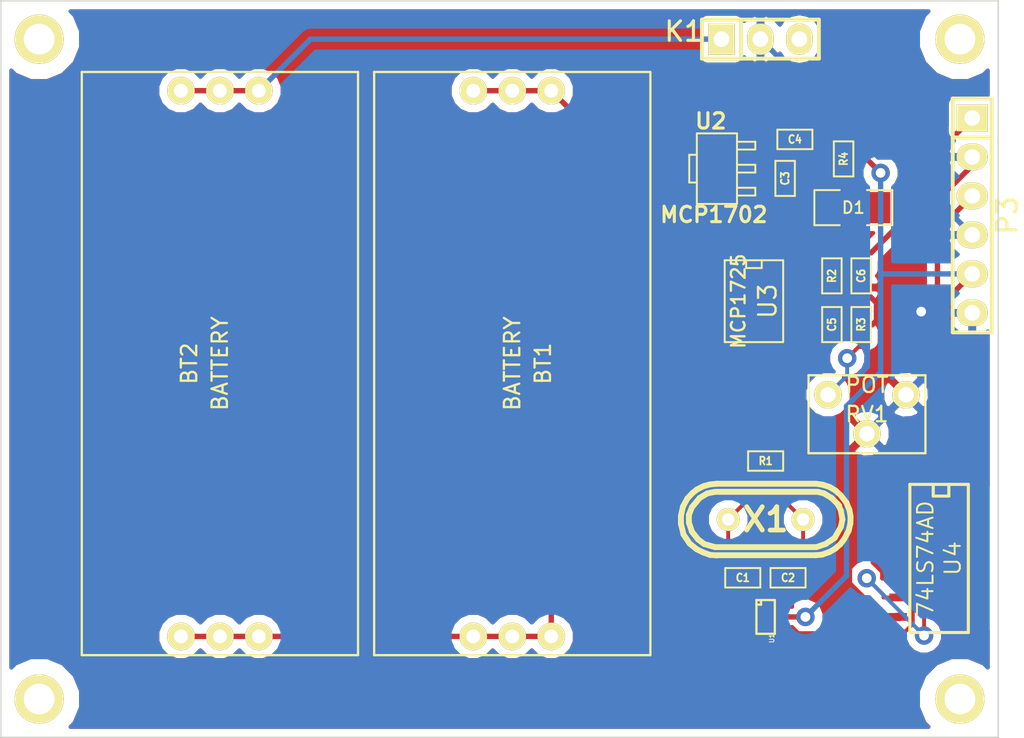
<source format=kicad_pcb>
(kicad_pcb (version 4) (host pcbnew "(2014-jul-16 BZR unknown)-product")

  (general
    (links 58)
    (no_connects 0)
    (area 128.331118 75.12092 198.070203 128.550001)
    (thickness 1.6)
    (drawings 5)
    (tracks 203)
    (zones 0)
    (modules 25)
    (nets 21)
  )

  (page A4)
  (layers
    (0 F.Cu signal)
    (31 B.Cu signal)
    (32 B.Adhes user)
    (33 F.Adhes user)
    (34 B.Paste user)
    (35 F.Paste user)
    (36 B.SilkS user)
    (37 F.SilkS user)
    (38 B.Mask user)
    (39 F.Mask user)
    (40 Dwgs.User user)
    (41 Cmts.User user)
    (42 Eco1.User user)
    (43 Eco2.User user)
    (44 Edge.Cuts user)
  )

  (setup
    (last_trace_width 0.254)
    (trace_clearance 0.254)
    (zone_clearance 0.508)
    (zone_45_only yes)
    (trace_min 0.254)
    (segment_width 0.2)
    (edge_width 0.1)
    (via_size 1.2)
    (via_drill 0.635)
    (via_min_size 0.889)
    (via_min_drill 0.508)
    (uvia_size 0.508)
    (uvia_drill 0.127)
    (uvias_allowed no)
    (uvia_min_size 0.508)
    (uvia_min_drill 0.127)
    (pcb_text_width 0.3)
    (pcb_text_size 1.5 1.5)
    (mod_edge_width 0.15)
    (mod_text_size 1 1)
    (mod_text_width 0.15)
    (pad_size 3.2004 3.2004)
    (pad_drill 2)
    (pad_to_mask_clearance 0)
    (aux_axis_origin 0 0)
    (visible_elements FFFFF77F)
    (pcbplotparams
      (layerselection 0x01020_80000001)
      (usegerberextensions true)
      (excludeedgelayer true)
      (linewidth 0.150000)
      (plotframeref false)
      (viasonmask false)
      (mode 1)
      (useauxorigin false)
      (hpglpennumber 1)
      (hpglpenspeed 20)
      (hpglpendiameter 15)
      (hpglpenoverlay 2)
      (psnegative false)
      (psa4output false)
      (plotreference true)
      (plotvalue true)
      (plotinvisibletext false)
      (padsonsilk false)
      (subtractmaskfromsilk false)
      (outputformat 1)
      (mirror false)
      (drillshape 0)
      (scaleselection 1)
      (outputdirectory BAT_DC_READER2/))
  )

  (net 0 "")
  (net 1 "Net-(BT2-Pad2)")
  (net 2 GND)
  (net 3 "Net-(C1-Pad2)")
  (net 4 "Net-(C2-Pad2)")
  (net 5 +5V)
  (net 6 "Net-(C5-Pad1)")
  (net 7 /1.4V)
  (net 8 "Net-(D1-Pad1)")
  (net 9 "Net-(K1-Pad3)")
  (net 10 "Net-(P1-Pad1)")
  (net 11 "Net-(P2-Pad1)")
  (net 12 /OSC)
  (net 13 "Net-(P4-Pad1)")
  (net 14 "Net-(P5-Pad1)")
  (net 15 "Net-(R2-Pad2)")
  (net 16 "Net-(R3-Pad2)")
  (net 17 "Net-(U1-Pad4)")
  (net 18 "Net-(U4-Pad2)")
  (net 19 /6V)
  (net 20 /3V)

  (net_class Default "This is the default net class."
    (clearance 0.254)
    (trace_width 0.254)
    (via_dia 1.2)
    (via_drill 0.635)
    (uvia_dia 0.508)
    (uvia_drill 0.127)
    (add_net "Net-(C1-Pad2)")
    (add_net "Net-(C2-Pad2)")
    (add_net "Net-(C5-Pad1)")
    (add_net "Net-(D1-Pad1)")
    (add_net "Net-(K1-Pad3)")
    (add_net "Net-(P1-Pad1)")
    (add_net "Net-(P2-Pad1)")
    (add_net "Net-(P4-Pad1)")
    (add_net "Net-(P5-Pad1)")
    (add_net "Net-(R2-Pad2)")
    (add_net "Net-(R3-Pad2)")
    (add_net "Net-(U1-Pad4)")
    (add_net "Net-(U4-Pad2)")
  )

  (net_class POWER ""
    (clearance 0.254)
    (trace_width 0.35)
    (via_dia 1.2)
    (via_drill 0.635)
    (uvia_dia 0.508)
    (uvia_drill 0.127)
    (add_net +5V)
    (add_net /1.4V)
    (add_net /3V)
    (add_net /6V)
    (add_net /OSC)
    (add_net GND)
    (add_net "Net-(BT2-Pad2)")
  )

  (module Saul_footprints_new:CR123A (layer F.Cu) (tedit 53E0CE89) (tstamp 53E0DAF8)
    (at 163.83 104.14 270)
    (path /5319F422)
    (fp_text reference BT1 (at 0 -2 270) (layer F.SilkS)
      (effects (font (size 1 1) (thickness 0.15)))
    )
    (fp_text value BATTERY (at 0 0 270) (layer F.SilkS)
      (effects (font (size 1 1) (thickness 0.15)))
    )
    (fp_line (start -19 0) (end -19 -9) (layer F.SilkS) (width 0.15))
    (fp_line (start -19 -9) (end 19 -9) (layer F.SilkS) (width 0.15))
    (fp_line (start 19 -9) (end 19 0) (layer F.SilkS) (width 0.15))
    (fp_line (start 19 0) (end 19 9) (layer F.SilkS) (width 0.15))
    (fp_line (start 19 9) (end -19 9) (layer F.SilkS) (width 0.15))
    (fp_line (start -19 9) (end -19 0) (layer F.SilkS) (width 0.15))
    (pad 1 thru_hole circle (at -17.78 0 270) (size 1.8 1.8) (drill 0.9) (layers *.Cu *.Mask F.SilkS)
      (net 19 /6V))
    (pad 1 thru_hole circle (at -17.78 -2.54 270) (size 1.8 1.8) (drill 0.9) (layers *.Cu *.Mask F.SilkS)
      (net 19 /6V))
    (pad 1 thru_hole circle (at -17.78 2.54 270) (size 1.8 1.8) (drill 0.9) (layers *.Cu *.Mask F.SilkS)
      (net 19 /6V))
    (pad 2 thru_hole circle (at 17.78 0 270) (size 1.8 1.8) (drill 0.9) (layers *.Cu *.Mask F.SilkS)
      (net 20 /3V))
    (pad 2 thru_hole circle (at 17.78 -2.54 270) (size 1.8 1.8) (drill 0.9) (layers *.Cu *.Mask F.SilkS)
      (net 20 /3V))
    (pad 2 thru_hole circle (at 17.78 2.54 270) (size 1.8 1.8) (drill 0.9) (layers *.Cu *.Mask F.SilkS)
      (net 20 /3V))
  )

  (module Saul_footprints_new:CR123A (layer F.Cu) (tedit 53E0CE89) (tstamp 53E0DB08)
    (at 144.78 104.14 90)
    (path /535F7555)
    (fp_text reference BT2 (at 0 -2 90) (layer F.SilkS)
      (effects (font (size 1 1) (thickness 0.15)))
    )
    (fp_text value BATTERY (at 0 0 90) (layer F.SilkS)
      (effects (font (size 1 1) (thickness 0.15)))
    )
    (fp_line (start -19 0) (end -19 -9) (layer F.SilkS) (width 0.15))
    (fp_line (start -19 -9) (end 19 -9) (layer F.SilkS) (width 0.15))
    (fp_line (start 19 -9) (end 19 0) (layer F.SilkS) (width 0.15))
    (fp_line (start 19 0) (end 19 9) (layer F.SilkS) (width 0.15))
    (fp_line (start 19 9) (end -19 9) (layer F.SilkS) (width 0.15))
    (fp_line (start -19 9) (end -19 0) (layer F.SilkS) (width 0.15))
    (pad 1 thru_hole circle (at -17.78 0 90) (size 1.8 1.8) (drill 0.9) (layers *.Cu *.Mask F.SilkS)
      (net 20 /3V))
    (pad 1 thru_hole circle (at -17.78 -2.54 90) (size 1.8 1.8) (drill 0.9) (layers *.Cu *.Mask F.SilkS)
      (net 20 /3V))
    (pad 1 thru_hole circle (at -17.78 2.54 90) (size 1.8 1.8) (drill 0.9) (layers *.Cu *.Mask F.SilkS)
      (net 20 /3V))
    (pad 2 thru_hole circle (at 17.78 0 90) (size 1.8 1.8) (drill 0.9) (layers *.Cu *.Mask F.SilkS)
      (net 1 "Net-(BT2-Pad2)"))
    (pad 2 thru_hole circle (at 17.78 -2.54 90) (size 1.8 1.8) (drill 0.9) (layers *.Cu *.Mask F.SilkS)
      (net 1 "Net-(BT2-Pad2)"))
    (pad 2 thru_hole circle (at 17.78 2.54 90) (size 1.8 1.8) (drill 0.9) (layers *.Cu *.Mask F.SilkS)
      (net 1 "Net-(BT2-Pad2)"))
  )

  (module SMD_Packages:SM0603 (layer F.Cu) (tedit 53E0DA19) (tstamp 53E0DB12)
    (at 178.85 118.1 180)
    (path /535F8415)
    (attr smd)
    (fp_text reference C1 (at 0 0 180) (layer F.SilkS)
      (effects (font (size 0.508 0.4572) (thickness 0.1143)))
    )
    (fp_text value 15p (at 0 0 180) (layer F.SilkS) hide
      (effects (font (size 0.508 0.4572) (thickness 0.1143)))
    )
    (fp_line (start -1.143 -0.635) (end 1.143 -0.635) (layer F.SilkS) (width 0.127))
    (fp_line (start 1.143 -0.635) (end 1.143 0.635) (layer F.SilkS) (width 0.127))
    (fp_line (start 1.143 0.635) (end -1.143 0.635) (layer F.SilkS) (width 0.127))
    (fp_line (start -1.143 0.635) (end -1.143 -0.635) (layer F.SilkS) (width 0.127))
    (pad 1 smd rect (at -0.762 0 180) (size 0.635 1.143) (layers F.Cu F.Paste F.Mask)
      (net 2 GND))
    (pad 2 smd rect (at 0.762 0 180) (size 0.635 1.143) (layers F.Cu F.Paste F.Mask)
      (net 3 "Net-(C1-Pad2)"))
    (model smd\resistors\R0603.wrl
      (at (xyz 0 0 0.001000000047497451))
      (scale (xyz 0.5 0.5 0.5))
      (rotate (xyz 0 0 0))
    )
  )

  (module SMD_Packages:SM0603 (layer F.Cu) (tedit 53E0DA19) (tstamp 53E0DB29)
    (at 181.61 92.075 270)
    (path /5319F3F3)
    (attr smd)
    (fp_text reference C3 (at 0 0 270) (layer F.SilkS)
      (effects (font (size 0.508 0.4572) (thickness 0.1143)))
    )
    (fp_text value 4.7u (at 0 0 270) (layer F.SilkS) hide
      (effects (font (size 0.508 0.4572) (thickness 0.1143)))
    )
    (fp_line (start -1.143 -0.635) (end 1.143 -0.635) (layer F.SilkS) (width 0.127))
    (fp_line (start 1.143 -0.635) (end 1.143 0.635) (layer F.SilkS) (width 0.127))
    (fp_line (start 1.143 0.635) (end -1.143 0.635) (layer F.SilkS) (width 0.127))
    (fp_line (start -1.143 0.635) (end -1.143 -0.635) (layer F.SilkS) (width 0.127))
    (pad 1 smd rect (at -0.762 0 270) (size 0.635 1.143) (layers F.Cu F.Paste F.Mask)
      (net 19 /6V))
    (pad 2 smd rect (at 0.762 0 270) (size 0.635 1.143) (layers F.Cu F.Paste F.Mask)
      (net 2 GND))
    (model smd\resistors\R0603.wrl
      (at (xyz 0 0 0.001000000047497451))
      (scale (xyz 0.5 0.5 0.5))
      (rotate (xyz 0 0 0))
    )
  )

  (module SMD_Packages:SM0603 (layer F.Cu) (tedit 53E0DA19) (tstamp 53E0DB33)
    (at 182.245 89.535)
    (path /5319F595)
    (attr smd)
    (fp_text reference C4 (at 0 0) (layer F.SilkS)
      (effects (font (size 0.508 0.4572) (thickness 0.1143)))
    )
    (fp_text value 10u (at 0 0) (layer F.SilkS) hide
      (effects (font (size 0.508 0.4572) (thickness 0.1143)))
    )
    (fp_line (start -1.143 -0.635) (end 1.143 -0.635) (layer F.SilkS) (width 0.127))
    (fp_line (start 1.143 -0.635) (end 1.143 0.635) (layer F.SilkS) (width 0.127))
    (fp_line (start 1.143 0.635) (end -1.143 0.635) (layer F.SilkS) (width 0.127))
    (fp_line (start -1.143 0.635) (end -1.143 -0.635) (layer F.SilkS) (width 0.127))
    (pad 1 smd rect (at -0.762 0) (size 0.635 1.143) (layers F.Cu F.Paste F.Mask)
      (net 5 +5V))
    (pad 2 smd rect (at 0.762 0) (size 0.635 1.143) (layers F.Cu F.Paste F.Mask)
      (net 2 GND))
    (model smd\resistors\R0603.wrl
      (at (xyz 0 0 0.001000000047497451))
      (scale (xyz 0.5 0.5 0.5))
      (rotate (xyz 0 0 0))
    )
  )

  (module SMD_Packages:SM0603 (layer F.Cu) (tedit 53E0DA19) (tstamp 53E0DB3D)
    (at 184.658 101.6 270)
    (path /53E0BC00)
    (attr smd)
    (fp_text reference C5 (at 0 0 270) (layer F.SilkS)
      (effects (font (size 0.508 0.4572) (thickness 0.1143)))
    )
    (fp_text value 1n (at 0 0 270) (layer F.SilkS) hide
      (effects (font (size 0.508 0.4572) (thickness 0.1143)))
    )
    (fp_line (start -1.143 -0.635) (end 1.143 -0.635) (layer F.SilkS) (width 0.127))
    (fp_line (start 1.143 -0.635) (end 1.143 0.635) (layer F.SilkS) (width 0.127))
    (fp_line (start 1.143 0.635) (end -1.143 0.635) (layer F.SilkS) (width 0.127))
    (fp_line (start -1.143 0.635) (end -1.143 -0.635) (layer F.SilkS) (width 0.127))
    (pad 1 smd rect (at -0.762 0 270) (size 0.635 1.143) (layers F.Cu F.Paste F.Mask)
      (net 6 "Net-(C5-Pad1)"))
    (pad 2 smd rect (at 0.762 0 270) (size 0.635 1.143) (layers F.Cu F.Paste F.Mask)
      (net 2 GND))
    (model smd\resistors\R0603.wrl
      (at (xyz 0 0 0.001000000047497451))
      (scale (xyz 0.5 0.5 0.5))
      (rotate (xyz 0 0 0))
    )
  )

  (module SMD_Packages:SM0603 (layer F.Cu) (tedit 53E0DA19) (tstamp 53E0DB47)
    (at 186.563 98.425 270)
    (path /53E0C77F)
    (attr smd)
    (fp_text reference C6 (at 0 0 270) (layer F.SilkS)
      (effects (font (size 0.508 0.4572) (thickness 0.1143)))
    )
    (fp_text value 10u (at 0 0 270) (layer F.SilkS) hide
      (effects (font (size 0.508 0.4572) (thickness 0.1143)))
    )
    (fp_line (start -1.143 -0.635) (end 1.143 -0.635) (layer F.SilkS) (width 0.127))
    (fp_line (start 1.143 -0.635) (end 1.143 0.635) (layer F.SilkS) (width 0.127))
    (fp_line (start 1.143 0.635) (end -1.143 0.635) (layer F.SilkS) (width 0.127))
    (fp_line (start -1.143 0.635) (end -1.143 -0.635) (layer F.SilkS) (width 0.127))
    (pad 1 smd rect (at -0.762 0 270) (size 0.635 1.143) (layers F.Cu F.Paste F.Mask)
      (net 7 /1.4V))
    (pad 2 smd rect (at 0.762 0 270) (size 0.635 1.143) (layers F.Cu F.Paste F.Mask)
      (net 2 GND))
    (model smd\resistors\R0603.wrl
      (at (xyz 0 0 0.001000000047497451))
      (scale (xyz 0.5 0.5 0.5))
      (rotate (xyz 0 0 0))
    )
  )

  (module SMD_Packages:SM1206 (layer F.Cu) (tedit 53E0DA19) (tstamp 53E0DB53)
    (at 186.055 93.98 180)
    (path /531D75FD)
    (attr smd)
    (fp_text reference D1 (at 0 0 180) (layer F.SilkS)
      (effects (font (size 0.762 0.762) (thickness 0.127)))
    )
    (fp_text value LED (at 0 0 180) (layer F.SilkS) hide
      (effects (font (size 0.762 0.762) (thickness 0.127)))
    )
    (fp_line (start -2.54 -1.143) (end -2.54 1.143) (layer F.SilkS) (width 0.127))
    (fp_line (start -2.54 1.143) (end -0.889 1.143) (layer F.SilkS) (width 0.127))
    (fp_line (start 0.889 -1.143) (end 2.54 -1.143) (layer F.SilkS) (width 0.127))
    (fp_line (start 2.54 -1.143) (end 2.54 1.143) (layer F.SilkS) (width 0.127))
    (fp_line (start 2.54 1.143) (end 0.889 1.143) (layer F.SilkS) (width 0.127))
    (fp_line (start -0.889 -1.143) (end -2.54 -1.143) (layer F.SilkS) (width 0.127))
    (pad 1 smd rect (at -1.651 0 180) (size 1.524 2.032) (layers F.Cu F.Paste F.Mask)
      (net 8 "Net-(D1-Pad1)"))
    (pad 2 smd rect (at 1.651 0 180) (size 1.524 2.032) (layers F.Cu F.Paste F.Mask)
      (net 2 GND))
    (model smd/chip_cms.wrl
      (at (xyz 0 0 0))
      (scale (xyz 0.1700000017881393 0.1599999964237213 0.1599999964237213))
      (rotate (xyz 0 0 0))
    )
  )

  (module Pin_Headers:Pin_Header_Straight_1x03 (layer F.Cu) (tedit 53E0EFA3) (tstamp 53E0DB61)
    (at 180 83)
    (descr "1 pin")
    (tags "CONN DEV")
    (path /5319FD25)
    (fp_text reference K1 (at -5 -0.5) (layer F.SilkS)
      (effects (font (size 1.27 1.27) (thickness 0.2032)))
    )
    (fp_text value CONN_3 (at 0 0) (layer F.SilkS) hide
      (effects (font (size 1.27 1.27) (thickness 0.2032)))
    )
    (fp_line (start -1.27 1.27) (end 3.81 1.27) (layer F.SilkS) (width 0.254))
    (fp_line (start 3.81 1.27) (end 3.81 -1.27) (layer F.SilkS) (width 0.254))
    (fp_line (start 3.81 -1.27) (end -1.27 -1.27) (layer F.SilkS) (width 0.254))
    (fp_line (start -3.81 -1.27) (end -1.27 -1.27) (layer F.SilkS) (width 0.254))
    (fp_line (start -1.27 -1.27) (end -1.27 1.27) (layer F.SilkS) (width 0.254))
    (fp_line (start -3.81 -1.27) (end -3.81 1.27) (layer F.SilkS) (width 0.254))
    (fp_line (start -3.81 1.27) (end -1.27 1.27) (layer F.SilkS) (width 0.254))
    (pad 1 thru_hole rect (at -2.54 0) (size 1.7272 2.032) (drill 1.016) (layers *.Cu *.Mask F.SilkS)
      (net 1 "Net-(BT2-Pad2)"))
    (pad 2 thru_hole oval (at 0 0) (size 1.7272 2.032) (drill 1.016) (layers *.Cu *.Mask F.SilkS)
      (net 2 GND))
    (pad 3 thru_hole oval (at 2.54 0) (size 1.7272 2.032) (drill 1.016) (layers *.Cu *.Mask F.SilkS)
      (net 9 "Net-(K1-Pad3)"))
    (model Pin_Headers/Pin_Header_Straight_1x03.wrl
      (at (xyz 0 0 0))
      (scale (xyz 1 1 1))
      (rotate (xyz 0 0 0))
    )
  )

  (module Saul_footprints:Mhole (layer F.Cu) (tedit 53E0F443) (tstamp 53E0DB66)
    (at 193 83)
    (path /531D7CA5)
    (fp_text reference P1 (at 0.44958 -4.09956) (layer F.SilkS) hide
      (effects (font (thickness 0.3048)))
    )
    (fp_text value CONN_1 (at 0.20066 -6.10108) (layer F.SilkS) hide
      (effects (font (thickness 0.3048)))
    )
    (pad 1 thru_hole circle (at 0 0) (size 3.2004 3.2004) (drill 2) (layers *.Cu *.Mask F.SilkS)
      (net 10 "Net-(P1-Pad1)") (clearance 1.00076))
  )

  (module Saul_footprints:Mhole (layer F.Cu) (tedit 53E0F44D) (tstamp 53E0DB6B)
    (at 193 126)
    (path /531D7CB8)
    (fp_text reference P2 (at 0.44958 -4.09956) (layer F.SilkS) hide
      (effects (font (thickness 0.3048)))
    )
    (fp_text value CONN_1 (at 0.20066 -6.10108) (layer F.SilkS) hide
      (effects (font (thickness 0.3048)))
    )
    (pad 1 thru_hole circle (at 0 0) (size 3.2004 3.2004) (drill 2) (layers *.Cu *.Mask F.SilkS)
      (net 11 "Net-(P2-Pad1)") (clearance 1.00076))
  )

  (module Pin_Headers:Pin_Header_Straight_1x06 (layer F.Cu) (tedit 53E0DA19) (tstamp 53E0DB7C)
    (at 193.802 94.488 270)
    (descr "1 pin")
    (tags "CONN DEV")
    (path /5319F90F)
    (fp_text reference P3 (at 0 -2.286 270) (layer F.SilkS)
      (effects (font (size 1.27 1.27) (thickness 0.2032)))
    )
    (fp_text value CONN_6 (at 0 0 270) (layer F.SilkS) hide
      (effects (font (size 1.27 1.27) (thickness 0.2032)))
    )
    (fp_line (start -5.08 -1.27) (end 7.62 -1.27) (layer F.SilkS) (width 0.254))
    (fp_line (start 7.62 -1.27) (end 7.62 1.27) (layer F.SilkS) (width 0.254))
    (fp_line (start 7.62 1.27) (end -5.08 1.27) (layer F.SilkS) (width 0.254))
    (fp_line (start -7.62 -1.27) (end -5.08 -1.27) (layer F.SilkS) (width 0.254))
    (fp_line (start -5.08 -1.27) (end -5.08 1.27) (layer F.SilkS) (width 0.254))
    (fp_line (start -7.62 -1.27) (end -7.62 1.27) (layer F.SilkS) (width 0.254))
    (fp_line (start -7.62 1.27) (end -5.08 1.27) (layer F.SilkS) (width 0.254))
    (pad 1 thru_hole rect (at -6.35 0 270) (size 1.7272 2.032) (drill 1.016) (layers *.Cu *.Mask F.SilkS)
      (net 7 /1.4V))
    (pad 2 thru_hole oval (at -3.81 0 270) (size 1.7272 2.032) (drill 1.016) (layers *.Cu *.Mask F.SilkS)
      (net 2 GND))
    (pad 3 thru_hole oval (at -1.27 0 270) (size 1.7272 2.032) (drill 1.016) (layers *.Cu *.Mask F.SilkS)
      (net 12 /OSC))
    (pad 4 thru_hole oval (at 1.27 0 270) (size 1.7272 2.032) (drill 1.016) (layers *.Cu *.Mask F.SilkS)
      (net 2 GND))
    (pad 5 thru_hole oval (at 3.81 0 270) (size 1.7272 2.032) (drill 1.016) (layers *.Cu *.Mask F.SilkS)
      (net 5 +5V))
    (pad 6 thru_hole oval (at 6.35 0 270) (size 1.7272 2.032) (drill 1.016) (layers *.Cu *.Mask F.SilkS)
      (net 2 GND))
    (model Pin_Headers/Pin_Header_Straight_1x06.wrl
      (at (xyz 0 0 0))
      (scale (xyz 1 1 1))
      (rotate (xyz 0 0 0))
    )
  )

  (module Saul_footprints:Mhole (layer F.Cu) (tedit 53E0F453) (tstamp 53E0DB81)
    (at 133 126)
    (path /531D7CBE)
    (fp_text reference P4 (at 0.44958 -4.09956) (layer F.SilkS) hide
      (effects (font (thickness 0.3048)))
    )
    (fp_text value CONN_1 (at 0.20066 -6.10108) (layer F.SilkS) hide
      (effects (font (thickness 0.3048)))
    )
    (pad 1 thru_hole circle (at 0 0) (size 3.2004 3.2004) (drill 2) (layers *.Cu *.Mask F.SilkS)
      (net 13 "Net-(P4-Pad1)") (clearance 1.00076))
  )

  (module Saul_footprints:Mhole (layer F.Cu) (tedit 53E0F439) (tstamp 53E0DB86)
    (at 133 83)
    (path /531D7CC4)
    (fp_text reference P5 (at 0.44958 -4.09956) (layer F.SilkS) hide
      (effects (font (thickness 0.3048)))
    )
    (fp_text value CONN_1 (at 0.20066 -6.10108) (layer F.SilkS) hide
      (effects (font (thickness 0.3048)))
    )
    (pad 1 thru_hole circle (at 0 0) (size 3.2004 3.2004) (drill 2) (layers *.Cu *.Mask F.SilkS)
      (net 14 "Net-(P5-Pad1)") (clearance 1.00076))
  )

  (module SMD_Packages:SM0603 (layer F.Cu) (tedit 53E0DA19) (tstamp 53E0DB90)
    (at 180.34 110.49 180)
    (path /535F8543)
    (attr smd)
    (fp_text reference R1 (at 0 0 180) (layer F.SilkS)
      (effects (font (size 0.508 0.4572) (thickness 0.1143)))
    )
    (fp_text value 1M (at 0 0 180) (layer F.SilkS) hide
      (effects (font (size 0.508 0.4572) (thickness 0.1143)))
    )
    (fp_line (start -1.143 -0.635) (end 1.143 -0.635) (layer F.SilkS) (width 0.127))
    (fp_line (start 1.143 -0.635) (end 1.143 0.635) (layer F.SilkS) (width 0.127))
    (fp_line (start 1.143 0.635) (end -1.143 0.635) (layer F.SilkS) (width 0.127))
    (fp_line (start -1.143 0.635) (end -1.143 -0.635) (layer F.SilkS) (width 0.127))
    (pad 1 smd rect (at -0.762 0 180) (size 0.635 1.143) (layers F.Cu F.Paste F.Mask)
      (net 4 "Net-(C2-Pad2)"))
    (pad 2 smd rect (at 0.762 0 180) (size 0.635 1.143) (layers F.Cu F.Paste F.Mask)
      (net 3 "Net-(C1-Pad2)"))
    (model smd\resistors\R0603.wrl
      (at (xyz 0 0 0.001000000047497451))
      (scale (xyz 0.5 0.5 0.5))
      (rotate (xyz 0 0 0))
    )
  )

  (module SMD_Packages:SM0603 (layer F.Cu) (tedit 53E0DA19) (tstamp 53E0DB9A)
    (at 184.658 98.425 270)
    (path /5319F524)
    (attr smd)
    (fp_text reference R2 (at 0 0 270) (layer F.SilkS)
      (effects (font (size 0.508 0.4572) (thickness 0.1143)))
    )
    (fp_text value 40k (at 0 0 270) (layer F.SilkS) hide
      (effects (font (size 0.508 0.4572) (thickness 0.1143)))
    )
    (fp_line (start -1.143 -0.635) (end 1.143 -0.635) (layer F.SilkS) (width 0.127))
    (fp_line (start 1.143 -0.635) (end 1.143 0.635) (layer F.SilkS) (width 0.127))
    (fp_line (start 1.143 0.635) (end -1.143 0.635) (layer F.SilkS) (width 0.127))
    (fp_line (start -1.143 0.635) (end -1.143 -0.635) (layer F.SilkS) (width 0.127))
    (pad 1 smd rect (at -0.762 0 270) (size 0.635 1.143) (layers F.Cu F.Paste F.Mask)
      (net 7 /1.4V))
    (pad 2 smd rect (at 0.762 0 270) (size 0.635 1.143) (layers F.Cu F.Paste F.Mask)
      (net 15 "Net-(R2-Pad2)"))
    (model smd\resistors\R0603.wrl
      (at (xyz 0 0 0.001000000047497451))
      (scale (xyz 0.5 0.5 0.5))
      (rotate (xyz 0 0 0))
    )
  )

  (module SMD_Packages:SM0603 (layer F.Cu) (tedit 53E0DA19) (tstamp 53E0DBA4)
    (at 186.563 101.6 270)
    (path /5319F531)
    (attr smd)
    (fp_text reference R3 (at 0 0 270) (layer F.SilkS)
      (effects (font (size 0.508 0.4572) (thickness 0.1143)))
    )
    (fp_text value 10k (at 0 0 270) (layer F.SilkS) hide
      (effects (font (size 0.508 0.4572) (thickness 0.1143)))
    )
    (fp_line (start -1.143 -0.635) (end 1.143 -0.635) (layer F.SilkS) (width 0.127))
    (fp_line (start 1.143 -0.635) (end 1.143 0.635) (layer F.SilkS) (width 0.127))
    (fp_line (start 1.143 0.635) (end -1.143 0.635) (layer F.SilkS) (width 0.127))
    (fp_line (start -1.143 0.635) (end -1.143 -0.635) (layer F.SilkS) (width 0.127))
    (pad 1 smd rect (at -0.762 0 270) (size 0.635 1.143) (layers F.Cu F.Paste F.Mask)
      (net 15 "Net-(R2-Pad2)"))
    (pad 2 smd rect (at 0.762 0 270) (size 0.635 1.143) (layers F.Cu F.Paste F.Mask)
      (net 16 "Net-(R3-Pad2)"))
    (model smd\resistors\R0603.wrl
      (at (xyz 0 0 0.001000000047497451))
      (scale (xyz 0.5 0.5 0.5))
      (rotate (xyz 0 0 0))
    )
  )

  (module SMD_Packages:SM0603 (layer F.Cu) (tedit 53E0DA19) (tstamp 53E0DBAE)
    (at 185.42 90.805 270)
    (path /531D75EE)
    (attr smd)
    (fp_text reference R4 (at 0 0 270) (layer F.SilkS)
      (effects (font (size 0.508 0.4572) (thickness 0.1143)))
    )
    (fp_text value 2.2k (at 0 0 270) (layer F.SilkS) hide
      (effects (font (size 0.508 0.4572) (thickness 0.1143)))
    )
    (fp_line (start -1.143 -0.635) (end 1.143 -0.635) (layer F.SilkS) (width 0.127))
    (fp_line (start 1.143 -0.635) (end 1.143 0.635) (layer F.SilkS) (width 0.127))
    (fp_line (start 1.143 0.635) (end -1.143 0.635) (layer F.SilkS) (width 0.127))
    (fp_line (start -1.143 0.635) (end -1.143 -0.635) (layer F.SilkS) (width 0.127))
    (pad 1 smd rect (at -0.762 0 270) (size 0.635 1.143) (layers F.Cu F.Paste F.Mask)
      (net 5 +5V))
    (pad 2 smd rect (at 0.762 0 270) (size 0.635 1.143) (layers F.Cu F.Paste F.Mask)
      (net 8 "Net-(D1-Pad1)"))
    (model smd\resistors\R0603.wrl
      (at (xyz 0 0 0.001000000047497451))
      (scale (xyz 0.5 0.5 0.5))
      (rotate (xyz 0 0 0))
    )
  )

  (module Saul_footprints:R_POT_DIP (layer F.Cu) (tedit 53E0E0F6) (tstamp 53E0DBB9)
    (at 186.944 106.172 180)
    (path /53E0CBAE)
    (fp_text reference RV1 (at 0 -1.27 180) (layer F.SilkS)
      (effects (font (size 1 1) (thickness 0.15)))
    )
    (fp_text value POT (at 0 0.635 180) (layer F.SilkS)
      (effects (font (size 1 1) (thickness 0.15)))
    )
    (fp_line (start -3.81 1.27) (end -3.81 -3.81) (layer F.SilkS) (width 0.15))
    (fp_line (start -3.81 -3.81) (end 3.81 -3.81) (layer F.SilkS) (width 0.15))
    (fp_line (start 3.81 -3.81) (end 3.81 1.27) (layer F.SilkS) (width 0.15))
    (fp_line (start 3.81 1.27) (end -3.81 1.27) (layer F.SilkS) (width 0.15))
    (pad 1 thru_hole circle (at -2.54 0 180) (size 1.8 1.8) (drill 1.00076) (layers *.Cu *.Mask F.SilkS)
      (net 2 GND))
    (pad 2 thru_hole circle (at 0 -2.54 180) (size 1.8 1.8) (drill 1.00076) (layers *.Cu *.Mask F.SilkS)
      (net 2 GND))
    (pad 3 thru_hole circle (at 2.54 0 180) (size 1.8 1.8) (drill 1.00076) (layers *.Cu *.Mask F.SilkS)
      (net 16 "Net-(R3-Pad2)"))
  )

  (module Transistors_SMD:sc70-6 (layer F.Cu) (tedit 53E0DA19) (tstamp 53E0DBC9)
    (at 180.34 120.65 270)
    (descr SC70-6)
    (path /535F85DE)
    (attr smd)
    (fp_text reference U1 (at 1.4 -0.4 270) (layer F.SilkS)
      (effects (font (size 0.29972 0.29972) (thickness 0.06096)))
    )
    (fp_text value NC7WZ04 (at 2.2 0.2 270) (layer F.SilkS) hide
      (effects (font (size 0.29972 0.29972) (thickness 0.06096)))
    )
    (fp_line (start -1.1 0.3) (end -0.8 0.3) (layer F.SilkS) (width 0.15))
    (fp_line (start -0.8 0.3) (end -0.8 0.6) (layer F.SilkS) (width 0.15))
    (fp_line (start 1.1 0.6) (end 1.1 -0.6) (layer F.SilkS) (width 0.15))
    (fp_line (start -1.1 -0.6) (end -1.1 0.6) (layer F.SilkS) (width 0.15))
    (fp_line (start -1.1 0.6) (end 1.1 0.6) (layer F.SilkS) (width 0.15))
    (fp_line (start 1.1 -0.6) (end -1.1 -0.6) (layer F.SilkS) (width 0.15))
    (pad 1 smd rect (at -0.6604 1.016 270) (size 0.4064 0.6604) (layers F.Cu F.Paste F.Mask)
      (net 3 "Net-(C1-Pad2)"))
    (pad 3 smd rect (at 0.6604 1.016 270) (size 0.4064 0.6604) (layers F.Cu F.Paste F.Mask)
      (net 4 "Net-(C2-Pad2)"))
    (pad 2 smd rect (at 0 1.016 270) (size 0.4064 0.6604) (layers F.Cu F.Paste F.Mask)
      (net 2 GND))
    (pad 4 smd rect (at 0.6604 -1.016 270) (size 0.4064 0.6604) (layers F.Cu F.Paste F.Mask)
      (net 17 "Net-(U1-Pad4)"))
    (pad 6 smd rect (at -0.6604 -1.016 270) (size 0.4064 0.6604) (layers F.Cu F.Paste F.Mask)
      (net 4 "Net-(C2-Pad2)"))
    (pad 5 smd rect (at 0 -1.016 270) (size 0.4064 0.6604) (layers F.Cu F.Paste F.Mask)
      (net 5 +5V))
    (model smd/smd_transistors/sc70-6.wrl
      (at (xyz 0 0 0))
      (scale (xyz 1 1 1))
      (rotate (xyz 0 0 0))
    )
  )

  (module Transistors_SMD:sot89 (layer F.Cu) (tedit 53E0DA19) (tstamp 53E0DBE1)
    (at 177.165 91.44 90)
    (descr SOT89)
    (path /53E09CB4)
    (attr smd)
    (fp_text reference U2 (at 3.0988 -0.39878 180) (layer F.SilkS)
      (effects (font (size 1.00076 1.00076) (thickness 0.20066)))
    )
    (fp_text value MCP1702 (at -2.99974 -0.20066 180) (layer F.SilkS)
      (effects (font (size 1.00076 1.00076) (thickness 0.20066)))
    )
    (fp_line (start 1.2446 2.5019) (end 1.7526 2.5019) (layer F.SilkS) (width 0.127))
    (fp_line (start 1.7526 2.5019) (end 1.7526 1.3081) (layer F.SilkS) (width 0.127))
    (fp_line (start 1.2446 2.5019) (end 1.2446 1.3081) (layer F.SilkS) (width 0.127))
    (fp_line (start -0.254 2.5019) (end -0.254 1.3081) (layer F.SilkS) (width 0.127))
    (fp_line (start 0.254 2.5019) (end 0.254 1.3081) (layer F.SilkS) (width 0.127))
    (fp_line (start -0.254 2.5019) (end 0.254 2.5019) (layer F.SilkS) (width 0.127))
    (fp_line (start -1.7526 2.5019) (end -1.2446 2.5019) (layer F.SilkS) (width 0.127))
    (fp_line (start -1.2446 2.5019) (end -1.2446 1.3081) (layer F.SilkS) (width 0.127))
    (fp_line (start -1.7526 2.5019) (end -1.7526 1.3081) (layer F.SilkS) (width 0.127))
    (fp_line (start -0.9017 -1.8034) (end 0.9017 -1.8034) (layer F.SilkS) (width 0.127))
    (fp_line (start 0.9017 -1.8034) (end 0.9017 -1.3081) (layer F.SilkS) (width 0.127))
    (fp_line (start -0.9017 -1.8034) (end -0.9017 -1.3081) (layer F.SilkS) (width 0.127))
    (fp_line (start -2.2987 1.3081) (end -2.2987 -1.3081) (layer F.SilkS) (width 0.127))
    (fp_line (start -2.2987 -1.3081) (end 2.2987 -1.3081) (layer F.SilkS) (width 0.127))
    (fp_line (start 2.2987 -1.3081) (end 2.2987 1.3081) (layer F.SilkS) (width 0.127))
    (fp_line (start 2.2987 1.3081) (end -2.2987 1.3081) (layer F.SilkS) (width 0.127))
    (pad 1 smd rect (at -1.50114 1.89992 90) (size 0.70104 1.6002) (layers F.Cu F.Paste F.Mask)
      (net 2 GND))
    (pad 2 smd rect (at 0 1.651 90) (size 0.70104 2.10058) (layers F.Cu F.Paste F.Mask)
      (net 19 /6V))
    (pad 3 smd rect (at 1.50114 1.89992 90) (size 0.70104 1.6002) (layers F.Cu F.Paste F.Mask)
      (net 5 +5V))
    (pad 2 smd rect (at 0 -0.7493 90) (size 1.99898 2.75082) (layers F.Cu F.Paste F.Mask)
      (net 19 /6V))
    (model smd/smd_transistors/sot89.wrl
      (at (xyz 0 0 0))
      (scale (xyz 1 1 1))
      (rotate (xyz 0 0 0))
    )
  )

  (module SMD_Packages:SO14E (layer F.Cu) (tedit 53E0DA19) (tstamp 53E0DC13)
    (at 191.77 116.84 270)
    (descr "module CMS SOJ 14 pins etroit")
    (tags "CMS SOJ")
    (path /5360B9A3)
    (attr smd)
    (fp_text reference U4 (at 0 -0.762 270) (layer F.SilkS)
      (effects (font (size 1.016 1.143) (thickness 0.127)))
    )
    (fp_text value 74LS74AD (at 0 1.016 270) (layer F.SilkS)
      (effects (font (size 1.016 1.016) (thickness 0.127)))
    )
    (fp_line (start -4.826 -1.778) (end 4.826 -1.778) (layer F.SilkS) (width 0.2032))
    (fp_line (start 4.826 -1.778) (end 4.826 2.032) (layer F.SilkS) (width 0.2032))
    (fp_line (start 4.826 2.032) (end -4.826 2.032) (layer F.SilkS) (width 0.2032))
    (fp_line (start -4.826 2.032) (end -4.826 -1.778) (layer F.SilkS) (width 0.2032))
    (fp_line (start -4.826 -0.508) (end -4.064 -0.508) (layer F.SilkS) (width 0.2032))
    (fp_line (start -4.064 -0.508) (end -4.064 0.508) (layer F.SilkS) (width 0.2032))
    (fp_line (start -4.064 0.508) (end -4.826 0.508) (layer F.SilkS) (width 0.2032))
    (pad 1 smd rect (at -3.81 2.794 270) (size 0.508 1.143) (layers F.Cu F.Paste F.Mask)
      (net 5 +5V))
    (pad 2 smd rect (at -2.54 2.794 270) (size 0.508 1.143) (layers F.Cu F.Paste F.Mask)
      (net 18 "Net-(U4-Pad2)"))
    (pad 3 smd rect (at -1.27 2.794 270) (size 0.508 1.143) (layers F.Cu F.Paste F.Mask)
      (net 17 "Net-(U1-Pad4)"))
    (pad 4 smd rect (at 0 2.794 270) (size 0.508 1.143) (layers F.Cu F.Paste F.Mask)
      (net 5 +5V))
    (pad 5 smd rect (at 1.27 2.794 270) (size 0.508 1.143) (layers F.Cu F.Paste F.Mask)
      (net 12 /OSC))
    (pad 6 smd rect (at 2.54 2.794 270) (size 0.508 1.143) (layers F.Cu F.Paste F.Mask)
      (net 18 "Net-(U4-Pad2)"))
    (pad 7 smd rect (at 3.81 2.794 270) (size 0.508 1.143) (layers F.Cu F.Paste F.Mask)
      (net 2 GND))
    (pad 8 smd rect (at 3.81 -2.54 270) (size 0.508 1.143) (layers F.Cu F.Paste F.Mask))
    (pad 9 smd rect (at 2.54 -2.54 270) (size 0.508 1.143) (layers F.Cu F.Paste F.Mask))
    (pad 10 smd rect (at 1.27 -2.54 270) (size 0.508 1.143) (layers F.Cu F.Paste F.Mask))
    (pad 11 smd rect (at 0 -2.54 270) (size 0.508 1.143) (layers F.Cu F.Paste F.Mask))
    (pad 12 smd rect (at -1.27 -2.54 270) (size 0.508 1.143) (layers F.Cu F.Paste F.Mask))
    (pad 13 smd rect (at -2.54 -2.54 270) (size 0.508 1.143) (layers F.Cu F.Paste F.Mask))
    (pad 14 smd rect (at -3.81 -2.54 270) (size 0.508 1.143) (layers F.Cu F.Paste F.Mask)
      (net 5 +5V))
    (model smd/cms_so14.wrl
      (at (xyz 0 0 0))
      (scale (xyz 0.5 0.300000011920929 0.5))
      (rotate (xyz 0 0 0))
    )
  )

  (module Crystals:Crystal_HC49-U_Vertical (layer F.Cu) (tedit 53E0DE6D) (tstamp 53E0DC4C)
    (at 180.34 114.3)
    (descr "Crystal, Quarz, HC49/U, vertical, stehend,")
    (tags "Crystal, Quarz, HC49/U, vertical, stehend,")
    (path /535F83D5)
    (fp_text reference X1 (at 0 0) (layer F.SilkS)
      (effects (font (thickness 0.3048)))
    )
    (fp_text value 20MHz (at 0 3.81) (layer F.SilkS) hide
      (effects (font (thickness 0.3048)))
    )
    (fp_line (start 4.699 -1.00076) (end 4.89966 -0.59944) (layer F.SilkS) (width 0.381))
    (fp_line (start 4.89966 -0.59944) (end 5.00126 0) (layer F.SilkS) (width 0.381))
    (fp_line (start 5.00126 0) (end 4.89966 0.50038) (layer F.SilkS) (width 0.381))
    (fp_line (start 4.89966 0.50038) (end 4.50088 1.19888) (layer F.SilkS) (width 0.381))
    (fp_line (start 4.50088 1.19888) (end 3.8989 1.6002) (layer F.SilkS) (width 0.381))
    (fp_line (start 3.8989 1.6002) (end 3.29946 1.80086) (layer F.SilkS) (width 0.381))
    (fp_line (start 3.29946 1.80086) (end -3.29946 1.80086) (layer F.SilkS) (width 0.381))
    (fp_line (start -3.29946 1.80086) (end -4.0005 1.6002) (layer F.SilkS) (width 0.381))
    (fp_line (start -4.0005 1.6002) (end -4.39928 1.30048) (layer F.SilkS) (width 0.381))
    (fp_line (start -4.39928 1.30048) (end -4.8006 0.8001) (layer F.SilkS) (width 0.381))
    (fp_line (start -4.8006 0.8001) (end -5.00126 0.20066) (layer F.SilkS) (width 0.381))
    (fp_line (start -5.00126 0.20066) (end -5.00126 -0.29972) (layer F.SilkS) (width 0.381))
    (fp_line (start -5.00126 -0.29972) (end -4.8006 -0.8001) (layer F.SilkS) (width 0.381))
    (fp_line (start -4.8006 -0.8001) (end -4.30022 -1.39954) (layer F.SilkS) (width 0.381))
    (fp_line (start -4.30022 -1.39954) (end -3.79984 -1.69926) (layer F.SilkS) (width 0.381))
    (fp_line (start -3.79984 -1.69926) (end -3.29946 -1.80086) (layer F.SilkS) (width 0.381))
    (fp_line (start -3.2004 -1.80086) (end 3.40106 -1.80086) (layer F.SilkS) (width 0.381))
    (fp_line (start 3.40106 -1.80086) (end 3.79984 -1.69926) (layer F.SilkS) (width 0.381))
    (fp_line (start 3.79984 -1.69926) (end 4.30022 -1.39954) (layer F.SilkS) (width 0.381))
    (fp_line (start 4.30022 -1.39954) (end 4.8006 -0.89916) (layer F.SilkS) (width 0.381))
    (fp_line (start -3.19024 -2.32918) (end -3.64998 -2.28092) (layer F.SilkS) (width 0.381))
    (fp_line (start -3.64998 -2.28092) (end -4.04876 -2.16916) (layer F.SilkS) (width 0.381))
    (fp_line (start -4.04876 -2.16916) (end -4.48056 -1.95072) (layer F.SilkS) (width 0.381))
    (fp_line (start -4.48056 -1.95072) (end -4.77012 -1.71958) (layer F.SilkS) (width 0.381))
    (fp_line (start -4.77012 -1.71958) (end -5.10032 -1.36906) (layer F.SilkS) (width 0.381))
    (fp_line (start -5.10032 -1.36906) (end -5.38988 -0.83058) (layer F.SilkS) (width 0.381))
    (fp_line (start -5.38988 -0.83058) (end -5.51942 -0.23114) (layer F.SilkS) (width 0.381))
    (fp_line (start -5.51942 -0.23114) (end -5.51942 0.2794) (layer F.SilkS) (width 0.381))
    (fp_line (start -5.51942 0.2794) (end -5.34924 0.98044) (layer F.SilkS) (width 0.381))
    (fp_line (start -5.34924 0.98044) (end -4.95046 1.56972) (layer F.SilkS) (width 0.381))
    (fp_line (start -4.95046 1.56972) (end -4.49072 1.94056) (layer F.SilkS) (width 0.381))
    (fp_line (start -4.49072 1.94056) (end -4.06908 2.14884) (layer F.SilkS) (width 0.381))
    (fp_line (start -4.06908 2.14884) (end -3.6195 2.30886) (layer F.SilkS) (width 0.381))
    (fp_line (start -3.6195 2.30886) (end -3.18008 2.33934) (layer F.SilkS) (width 0.381))
    (fp_line (start 4.16052 2.1209) (end 4.53898 1.89992) (layer F.SilkS) (width 0.381))
    (fp_line (start 4.53898 1.89992) (end 4.85902 1.62052) (layer F.SilkS) (width 0.381))
    (fp_line (start 4.85902 1.62052) (end 5.11048 1.29032) (layer F.SilkS) (width 0.381))
    (fp_line (start 5.11048 1.29032) (end 5.4102 0.73914) (layer F.SilkS) (width 0.381))
    (fp_line (start 5.4102 0.73914) (end 5.51942 0.26924) (layer F.SilkS) (width 0.381))
    (fp_line (start 5.51942 0.26924) (end 5.53974 -0.1905) (layer F.SilkS) (width 0.381))
    (fp_line (start 5.53974 -0.1905) (end 5.45084 -0.65024) (layer F.SilkS) (width 0.381))
    (fp_line (start 5.45084 -0.65024) (end 5.26034 -1.09982) (layer F.SilkS) (width 0.381))
    (fp_line (start 5.26034 -1.09982) (end 4.89966 -1.56972) (layer F.SilkS) (width 0.381))
    (fp_line (start 4.89966 -1.56972) (end 4.54914 -1.88976) (layer F.SilkS) (width 0.381))
    (fp_line (start 4.54914 -1.88976) (end 4.16052 -2.1209) (layer F.SilkS) (width 0.381))
    (fp_line (start 4.16052 -2.1209) (end 3.73126 -2.2606) (layer F.SilkS) (width 0.381))
    (fp_line (start 3.73126 -2.2606) (end 3.2893 -2.32918) (layer F.SilkS) (width 0.381))
    (fp_line (start -3.2004 2.32918) (end 3.2512 2.32918) (layer F.SilkS) (width 0.381))
    (fp_line (start 3.2512 2.32918) (end 3.6703 2.29108) (layer F.SilkS) (width 0.381))
    (fp_line (start 3.6703 2.29108) (end 4.16052 2.1209) (layer F.SilkS) (width 0.381))
    (fp_line (start -3.2004 -2.32918) (end 3.2512 -2.32918) (layer F.SilkS) (width 0.381))
    (pad 1 thru_hole circle (at -2.44094 0) (size 1.50114 1.50114) (drill 0.8001) (layers *.Cu *.Mask F.SilkS)
      (net 3 "Net-(C1-Pad2)"))
    (pad 2 thru_hole circle (at 2.44094 0) (size 1.50114 1.50114) (drill 0.8001) (layers *.Cu *.Mask F.SilkS)
      (net 4 "Net-(C2-Pad2)"))
  )

  (module SMD_Packages:SM0603 (layer F.Cu) (tedit 53E0DE29) (tstamp 53E0E149)
    (at 181.8 118.1)
    (path /535F842A)
    (attr smd)
    (fp_text reference C2 (at 0 0) (layer F.SilkS)
      (effects (font (size 0.508 0.4572) (thickness 0.1143)))
    )
    (fp_text value 15p (at 0 0) (layer F.SilkS) hide
      (effects (font (size 0.508 0.4572) (thickness 0.1143)))
    )
    (fp_line (start -1.143 -0.635) (end 1.143 -0.635) (layer F.SilkS) (width 0.127))
    (fp_line (start 1.143 -0.635) (end 1.143 0.635) (layer F.SilkS) (width 0.127))
    (fp_line (start 1.143 0.635) (end -1.143 0.635) (layer F.SilkS) (width 0.127))
    (fp_line (start -1.143 0.635) (end -1.143 -0.635) (layer F.SilkS) (width 0.127))
    (pad 1 smd rect (at -0.762 0) (size 0.635 1.143) (layers F.Cu F.Paste F.Mask)
      (net 2 GND))
    (pad 2 smd rect (at 0.762 0) (size 0.635 1.143) (layers F.Cu F.Paste F.Mask)
      (net 4 "Net-(C2-Pad2)"))
    (model smd\resistors\R0603.wrl
      (at (xyz 0 0 0.001000000047497451))
      (scale (xyz 0.5 0.5 0.5))
      (rotate (xyz 0 0 0))
    )
  )

  (module SMD_Packages:SO8E (layer F.Cu) (tedit 53E0DFD9) (tstamp 53E0E786)
    (at 179.578 100.076 270)
    (descr "module CMS SOJ 8 pins etroit")
    (tags "CMS SOJ")
    (path /53E0B75B)
    (attr smd)
    (fp_text reference U3 (at 0 -0.889 270) (layer F.SilkS)
      (effects (font (size 1.143 1.143) (thickness 0.1524)))
    )
    (fp_text value MCP1725 (at 0 1.016 270) (layer F.SilkS)
      (effects (font (size 0.889 0.889) (thickness 0.1524)))
    )
    (fp_line (start -2.667 1.778) (end -2.667 1.905) (layer F.SilkS) (width 0.127))
    (fp_line (start -2.667 1.905) (end 2.667 1.905) (layer F.SilkS) (width 0.127))
    (fp_line (start 2.667 -1.905) (end -2.667 -1.905) (layer F.SilkS) (width 0.127))
    (fp_line (start -2.667 -1.905) (end -2.667 1.778) (layer F.SilkS) (width 0.127))
    (fp_line (start -2.667 -0.508) (end -2.159 -0.508) (layer F.SilkS) (width 0.127))
    (fp_line (start -2.159 -0.508) (end -2.159 0.508) (layer F.SilkS) (width 0.127))
    (fp_line (start -2.159 0.508) (end -2.667 0.508) (layer F.SilkS) (width 0.127))
    (fp_line (start 2.667 -1.905) (end 2.667 1.905) (layer F.SilkS) (width 0.127))
    (pad 8 smd rect (at -1.905 -2.667 270) (size 0.59944 1.39954) (layers F.Cu F.Paste F.Mask)
      (net 7 /1.4V))
    (pad 1 smd rect (at -1.905 2.667 270) (size 0.59944 1.39954) (layers F.Cu F.Paste F.Mask)
      (net 20 /3V))
    (pad 7 smd rect (at -0.635 -2.667 270) (size 0.59944 1.39954) (layers F.Cu F.Paste F.Mask)
      (net 15 "Net-(R2-Pad2)"))
    (pad 6 smd rect (at 0.635 -2.667 270) (size 0.59944 1.39954) (layers F.Cu F.Paste F.Mask)
      (net 6 "Net-(C5-Pad1)"))
    (pad 5 smd rect (at 1.905 -2.667 270) (size 0.59944 1.39954) (layers F.Cu F.Paste F.Mask)
      (net 2 GND))
    (pad 2 smd rect (at -0.635 2.667 270) (size 0.59944 1.39954) (layers F.Cu F.Paste F.Mask)
      (net 20 /3V))
    (pad 3 smd rect (at 0.635 2.667 270) (size 0.59944 1.39954) (layers F.Cu F.Paste F.Mask)
      (net 20 /3V))
    (pad 4 smd rect (at 1.905 2.667 270) (size 0.59944 1.39954) (layers F.Cu F.Paste F.Mask)
      (net 2 GND))
    (model smd/cms_so8.wrl
      (at (xyz 0 0 0))
      (scale (xyz 0.5 0.3199999928474426 0.5))
      (rotate (xyz 0 0 0))
    )
  )

  (gr_line (start 130.5 128.5) (end 130.5 80.5) (angle 90) (layer Edge.Cuts) (width 0.1))
  (gr_line (start 195.5 128.5) (end 130.5 128.5) (angle 90) (layer Edge.Cuts) (width 0.1))
  (gr_line (start 195.5 128) (end 195.5 128.5) (angle 90) (layer Edge.Cuts) (width 0.1))
  (gr_line (start 195.5 80.5) (end 195.5 128) (angle 90) (layer Edge.Cuts) (width 0.1))
  (gr_line (start 130.5 80.5) (end 195.5 80.5) (angle 90) (layer Edge.Cuts) (width 0.1))

  (segment (start 147.32 86.36) (end 144.78 86.36) (width 0.35) (layer F.Cu) (net 1))
  (segment (start 142.24 86.36) (end 144.78 86.36) (width 0.35) (layer F.Cu) (net 1))
  (segment (start 150.68 83) (end 147.32 86.36) (width 0.35) (layer B.Cu) (net 1))
  (segment (start 177.46 83) (end 150.68 83) (width 0.35) (layer B.Cu) (net 1))
  (via (at 190.4768 100.7533) (size 1.2) (layers F.Cu B.Cu) (net 2))
  (segment (start 183.3741 102.0789) (end 183.6572 102.362) (width 0.35) (layer F.Cu) (net 2))
  (segment (start 183.3741 101.981) (end 183.3741 102.0789) (width 0.35) (layer F.Cu) (net 2))
  (segment (start 184.658 102.362) (end 183.6572 102.362) (width 0.35) (layer F.Cu) (net 2))
  (segment (start 182.245 101.981) (end 183.3741 101.981) (width 0.35) (layer F.Cu) (net 2))
  (segment (start 180.0835 120.0553) (end 181.038 119.1008) (width 0.35) (layer F.Cu) (net 2))
  (segment (start 180.0835 120.65) (end 180.0835 120.0553) (width 0.35) (layer F.Cu) (net 2))
  (segment (start 193.802 90.678) (end 192.3567 90.678) (width 0.35) (layer B.Cu) (net 2))
  (segment (start 181.038 118.1) (end 181.038 118.6004) (width 0.35) (layer F.Cu) (net 2))
  (segment (start 181.038 118.6004) (end 181.038 119.1008) (width 0.35) (layer F.Cu) (net 2))
  (segment (start 180.8592 118.6004) (end 180.3588 118.1) (width 0.35) (layer F.Cu) (net 2))
  (segment (start 181.038 118.6004) (end 180.8592 118.6004) (width 0.35) (layer F.Cu) (net 2))
  (segment (start 184.658 102.362) (end 184.658 101.6152) (width 0.35) (layer F.Cu) (net 2))
  (segment (start 179.7038 120.65) (end 180.0835 120.65) (width 0.35) (layer F.Cu) (net 2))
  (segment (start 179.7038 120.65) (end 179.324 120.65) (width 0.35) (layer F.Cu) (net 2))
  (segment (start 179.612 118.1) (end 180.1907 118.1) (width 0.35) (layer F.Cu) (net 2))
  (segment (start 180.1907 118.1) (end 180.3249 118.1) (width 0.35) (layer F.Cu) (net 2))
  (segment (start 180.3249 118.1) (end 180.3588 118.1) (width 0.35) (layer F.Cu) (net 2))
  (segment (start 188.976 120.65) (end 187.9752 120.65) (width 0.35) (layer F.Cu) (net 2))
  (segment (start 181.8489 104.1703) (end 183.6572 102.362) (width 0.35) (layer F.Cu) (net 2))
  (segment (start 181.8489 109.43) (end 181.8489 104.1703) (width 0.35) (layer F.Cu) (net 2))
  (segment (start 180.6106 109.43) (end 181.8489 109.43) (width 0.35) (layer F.Cu) (net 2))
  (segment (start 180.3249 109.7157) (end 180.6106 109.43) (width 0.35) (layer F.Cu) (net 2))
  (segment (start 180.3249 118.1) (end 180.3249 109.7157) (width 0.35) (layer F.Cu) (net 2))
  (segment (start 185.7997 118.4745) (end 187.9752 120.65) (width 0.35) (layer F.Cu) (net 2))
  (segment (start 185.7997 113.8704) (end 185.7997 118.4745) (width 0.35) (layer F.Cu) (net 2))
  (segment (start 181.8489 109.9196) (end 185.7997 113.8704) (width 0.35) (layer F.Cu) (net 2))
  (segment (start 181.8489 109.43) (end 181.8489 109.9196) (width 0.35) (layer F.Cu) (net 2))
  (segment (start 192.3567 90.678) (end 192.1803 90.8544) (width 0.35) (layer B.Cu) (net 2))
  (segment (start 183.007 89.535) (end 183.007 90.5358) (width 0.35) (layer F.Cu) (net 2))
  (segment (start 182.8342 90.7086) (end 183.007 90.5358) (width 0.35) (layer F.Cu) (net 2))
  (segment (start 182.8342 91.6128) (end 182.8342 90.7086) (width 0.35) (layer F.Cu) (net 2))
  (segment (start 182.3568 92.0902) (end 182.8342 91.6128) (width 0.35) (layer F.Cu) (net 2))
  (segment (start 181.61 92.0902) (end 182.3568 92.0902) (width 0.35) (layer F.Cu) (net 2))
  (segment (start 181.61 92.837) (end 181.61 92.0902) (width 0.35) (layer F.Cu) (net 2))
  (segment (start 186.944 108.712) (end 189.484 106.172) (width 0.35) (layer B.Cu) (net 2))
  (segment (start 184.404 93.98) (end 183.2298 93.98) (width 0.35) (layer F.Cu) (net 2))
  (segment (start 183.2298 93.98) (end 182.0062 93.98) (width 0.35) (layer F.Cu) (net 2))
  (segment (start 182.0062 93.98) (end 181.61 93.5838) (width 0.35) (layer F.Cu) (net 2))
  (segment (start 181.0956 94.8906) (end 182.0062 93.98) (width 0.35) (layer F.Cu) (net 2))
  (segment (start 181.0956 101.981) (end 181.0956 94.8906) (width 0.35) (layer F.Cu) (net 2))
  (segment (start 176.911 101.981) (end 181.0956 101.981) (width 0.35) (layer F.Cu) (net 2))
  (segment (start 181.0956 101.981) (end 182.245 101.981) (width 0.35) (layer F.Cu) (net 2))
  (segment (start 181.61 92.837) (end 181.61 93.2104) (width 0.35) (layer F.Cu) (net 2))
  (segment (start 181.61 93.2104) (end 181.61 93.5838) (width 0.35) (layer F.Cu) (net 2))
  (segment (start 180.5636 93.2104) (end 180.2943 92.9411) (width 0.35) (layer F.Cu) (net 2))
  (segment (start 181.61 93.2104) (end 180.5636 93.2104) (width 0.35) (layer F.Cu) (net 2))
  (segment (start 179.0649 92.9411) (end 180.2943 92.9411) (width 0.35) (layer F.Cu) (net 2))
  (segment (start 192.1803 94.1363) (end 193.802 95.758) (width 0.35) (layer B.Cu) (net 2))
  (segment (start 192.1803 90.8544) (end 192.1803 94.1363) (width 0.35) (layer B.Cu) (net 2))
  (segment (start 187.6853 90.6853) (end 180 83) (width 0.35) (layer B.Cu) (net 2))
  (segment (start 192.0112 90.6853) (end 187.6853 90.6853) (width 0.35) (layer B.Cu) (net 2))
  (segment (start 192.1803 90.8544) (end 192.0112 90.6853) (width 0.35) (layer B.Cu) (net 2))
  (segment (start 187.5639 101.3339) (end 187.5639 100.7533) (width 0.35) (layer F.Cu) (net 2))
  (segment (start 187.2826 101.6152) (end 187.5639 101.3339) (width 0.35) (layer F.Cu) (net 2))
  (segment (start 184.658 101.6152) (end 187.2826 101.6152) (width 0.35) (layer F.Cu) (net 2))
  (segment (start 187.5639 100.1879) (end 186.563 99.187) (width 0.35) (layer F.Cu) (net 2))
  (segment (start 187.5639 100.7533) (end 187.5639 100.1879) (width 0.35) (layer F.Cu) (net 2))
  (segment (start 193.802 100.838) (end 192.3567 100.838) (width 0.35) (layer B.Cu) (net 2))
  (segment (start 192.272 100.7533) (end 192.3567 100.838) (width 0.35) (layer B.Cu) (net 2))
  (segment (start 190.4768 100.7533) (end 192.272 100.7533) (width 0.35) (layer B.Cu) (net 2))
  (segment (start 190.4768 105.1792) (end 189.484 106.172) (width 0.35) (layer B.Cu) (net 2))
  (segment (start 190.4768 100.7533) (end 190.4768 105.1792) (width 0.35) (layer B.Cu) (net 2))
  (segment (start 187.5639 100.7533) (end 190.4768 100.7533) (width 0.35) (layer F.Cu) (net 2))
  (segment (start 193.802 91.2371) (end 193.802 90.678) (width 0.35) (layer F.Cu) (net 2))
  (segment (start 190.4768 94.5623) (end 193.802 91.2371) (width 0.35) (layer F.Cu) (net 2))
  (segment (start 190.4768 100.7533) (end 190.4768 94.5623) (width 0.35) (layer F.Cu) (net 2))
  (segment (start 178.088 118.1) (end 178.088 117.1472) (width 0.254) (layer F.Cu) (net 3))
  (segment (start 178.6125 119.5773) (end 178.088 119.0528) (width 0.254) (layer F.Cu) (net 3))
  (segment (start 178.6125 119.9896) (end 178.6125 119.5773) (width 0.254) (layer F.Cu) (net 3))
  (segment (start 179.324 119.9896) (end 178.6125 119.9896) (width 0.254) (layer F.Cu) (net 3))
  (segment (start 178.088 118.1) (end 178.088 119.0528) (width 0.254) (layer F.Cu) (net 3))
  (segment (start 177.8991 116.9583) (end 178.088 117.1472) (width 0.254) (layer F.Cu) (net 3))
  (segment (start 177.8991 114.3) (end 177.8991 116.9583) (width 0.254) (layer F.Cu) (net 3))
  (segment (start 179.578 112.6211) (end 179.578 110.49) (width 0.254) (layer F.Cu) (net 3))
  (segment (start 177.8991 114.3) (end 179.578 112.6211) (width 0.254) (layer F.Cu) (net 3))
  (segment (start 180.936 119.9896) (end 181.356 119.9896) (width 0.254) (layer F.Cu) (net 4))
  (segment (start 180.6399 120.2857) (end 180.936 119.9896) (width 0.254) (layer F.Cu) (net 4))
  (segment (start 180.6399 120.8804) (end 180.6399 120.2857) (width 0.254) (layer F.Cu) (net 4))
  (segment (start 180.2099 121.3104) (end 180.6399 120.8804) (width 0.254) (layer F.Cu) (net 4))
  (segment (start 179.324 121.3104) (end 180.2099 121.3104) (width 0.254) (layer F.Cu) (net 4))
  (segment (start 182.0675 119.5473) (end 182.0675 119.9896) (width 0.254) (layer F.Cu) (net 4))
  (segment (start 182.562 119.0528) (end 182.0675 119.5473) (width 0.254) (layer F.Cu) (net 4))
  (segment (start 182.562 118.1) (end 182.562 119.0528) (width 0.254) (layer F.Cu) (net 4))
  (segment (start 181.356 119.9896) (end 182.0675 119.9896) (width 0.254) (layer F.Cu) (net 4))
  (segment (start 182.562 118.1) (end 182.562 117.1472) (width 0.254) (layer F.Cu) (net 4))
  (segment (start 182.7809 116.9283) (end 182.562 117.1472) (width 0.254) (layer F.Cu) (net 4))
  (segment (start 182.7809 114.3) (end 182.7809 116.9283) (width 0.254) (layer F.Cu) (net 4))
  (segment (start 181.102 112.6211) (end 181.102 110.49) (width 0.254) (layer F.Cu) (net 4))
  (segment (start 182.7809 114.3) (end 181.102 112.6211) (width 0.254) (layer F.Cu) (net 4))
  (via (at 182.9329 120.65) (size 1.2) (layers F.Cu B.Cu) (net 5))
  (via (at 187.8323 91.7146) (size 1.2) (layers F.Cu B.Cu) (net 5))
  (segment (start 181.483 89.535) (end 181.1096 89.535) (width 0.35) (layer F.Cu) (net 5))
  (segment (start 179.0649 89.9389) (end 180.2943 89.9389) (width 0.35) (layer F.Cu) (net 5))
  (segment (start 180.6982 89.535) (end 180.2943 89.9389) (width 0.35) (layer F.Cu) (net 5))
  (segment (start 181.1096 89.535) (end 180.6982 89.535) (width 0.35) (layer F.Cu) (net 5))
  (segment (start 182.9329 120.65) (end 181.356 120.65) (width 0.35) (layer F.Cu) (net 5))
  (segment (start 182.2298 88.7882) (end 182.2298 89.535) (width 0.35) (layer F.Cu) (net 5))
  (segment (start 182.503 88.515) (end 182.2298 88.7882) (width 0.35) (layer F.Cu) (net 5))
  (segment (start 184.6388 88.515) (end 182.503 88.515) (width 0.35) (layer F.Cu) (net 5))
  (segment (start 185.42 89.2962) (end 184.6388 88.515) (width 0.35) (layer F.Cu) (net 5))
  (segment (start 185.42 90.043) (end 185.42 89.2962) (width 0.35) (layer F.Cu) (net 5))
  (segment (start 181.483 89.535) (end 182.2298 89.535) (width 0.35) (layer F.Cu) (net 5))
  (segment (start 194.31 113.03) (end 193.3092 113.03) (width 0.35) (layer F.Cu) (net 5))
  (segment (start 187.9752 116.84) (end 187.9752 113.03) (width 0.35) (layer F.Cu) (net 5))
  (segment (start 188.976 116.84) (end 187.9752 116.84) (width 0.35) (layer F.Cu) (net 5))
  (segment (start 188.976 113.03) (end 187.9752 113.03) (width 0.35) (layer F.Cu) (net 5))
  (segment (start 186.4208 90.3031) (end 186.4208 90.043) (width 0.35) (layer F.Cu) (net 5))
  (segment (start 187.8323 91.7146) (end 186.4208 90.3031) (width 0.35) (layer F.Cu) (net 5))
  (segment (start 185.42 90.043) (end 186.4208 90.043) (width 0.35) (layer F.Cu) (net 5))
  (segment (start 188.976 113.03) (end 189.9768 113.03) (width 0.35) (layer F.Cu) (net 5))
  (segment (start 193.802 98.298) (end 187.8323 98.298) (width 0.35) (layer B.Cu) (net 5))
  (segment (start 187.8323 104.698) (end 187.8323 98.298) (width 0.35) (layer B.Cu) (net 5))
  (segment (start 185.6125 106.9178) (end 187.8323 104.698) (width 0.35) (layer B.Cu) (net 5))
  (segment (start 185.6125 117.9704) (end 185.6125 106.9178) (width 0.35) (layer B.Cu) (net 5))
  (segment (start 182.9329 120.65) (end 185.6125 117.9704) (width 0.35) (layer B.Cu) (net 5))
  (segment (start 187.8323 98.298) (end 187.8323 91.7146) (width 0.35) (layer B.Cu) (net 5))
  (segment (start 192.3428 99.7572) (end 192.3428 112.0636) (width 0.35) (layer F.Cu) (net 5))
  (segment (start 193.802 98.298) (end 192.3428 99.7572) (width 0.35) (layer F.Cu) (net 5))
  (segment (start 190.9432 112.0636) (end 192.3428 112.0636) (width 0.35) (layer F.Cu) (net 5))
  (segment (start 189.9768 113.03) (end 190.9432 112.0636) (width 0.35) (layer F.Cu) (net 5))
  (segment (start 192.3428 112.0636) (end 193.3092 113.03) (width 0.35) (layer F.Cu) (net 5))
  (segment (start 183.5782 100.711) (end 183.7052 100.838) (width 0.254) (layer F.Cu) (net 6))
  (segment (start 182.245 100.711) (end 183.5782 100.711) (width 0.254) (layer F.Cu) (net 6))
  (segment (start 184.658 100.838) (end 183.7052 100.838) (width 0.254) (layer F.Cu) (net 6))
  (segment (start 184.658 97.663) (end 186.563 97.663) (width 0.35) (layer F.Cu) (net 7))
  (segment (start 186.563 97.663) (end 186.563 96.9162) (width 0.35) (layer F.Cu) (net 7))
  (segment (start 187.2164 96.9162) (end 186.563 96.9162) (width 0.35) (layer F.Cu) (net 7))
  (segment (start 191.7523 92.3803) (end 187.2164 96.9162) (width 0.35) (layer F.Cu) (net 7))
  (segment (start 191.7523 90.1877) (end 191.7523 92.3803) (width 0.35) (layer F.Cu) (net 7))
  (segment (start 193.802 88.138) (end 191.7523 90.1877) (width 0.35) (layer F.Cu) (net 7))
  (segment (start 183.6572 97.8879) (end 183.6572 97.663) (width 0.35) (layer F.Cu) (net 7))
  (segment (start 183.3741 98.171) (end 183.6572 97.8879) (width 0.35) (layer F.Cu) (net 7))
  (segment (start 182.245 98.171) (end 183.3741 98.171) (width 0.35) (layer F.Cu) (net 7))
  (segment (start 184.658 97.663) (end 183.6572 97.663) (width 0.35) (layer F.Cu) (net 7))
  (segment (start 186.5627 93.4085) (end 185.42 92.2658) (width 0.254) (layer F.Cu) (net 8))
  (segment (start 186.5627 93.98) (end 186.5627 93.4085) (width 0.254) (layer F.Cu) (net 8))
  (segment (start 187.706 93.98) (end 186.5627 93.98) (width 0.254) (layer F.Cu) (net 8))
  (segment (start 185.42 91.567) (end 185.42 92.2658) (width 0.254) (layer F.Cu) (net 8))
  (segment (start 191.5362 95.4838) (end 193.802 93.218) (width 0.35) (layer F.Cu) (net 12))
  (segment (start 191.5362 110.0935) (end 191.5362 95.4838) (width 0.35) (layer F.Cu) (net 12))
  (segment (start 190.7227 110.907) (end 191.5362 110.0935) (width 0.35) (layer F.Cu) (net 12))
  (segment (start 189.2268 110.907) (end 190.7227 110.907) (width 0.35) (layer F.Cu) (net 12))
  (segment (start 187.3575 112.7763) (end 189.2268 110.907) (width 0.35) (layer F.Cu) (net 12))
  (segment (start 187.3575 117.0846) (end 187.3575 112.7763) (width 0.35) (layer F.Cu) (net 12))
  (segment (start 187.9752 117.7023) (end 187.3575 117.0846) (width 0.35) (layer F.Cu) (net 12))
  (segment (start 187.9752 118.11) (end 187.9752 117.7023) (width 0.35) (layer F.Cu) (net 12))
  (segment (start 188.976 118.11) (end 187.9752 118.11) (width 0.35) (layer F.Cu) (net 12))
  (segment (start 183.4512 99.441) (end 183.7052 99.187) (width 0.254) (layer F.Cu) (net 15))
  (segment (start 182.245 99.441) (end 183.4512 99.441) (width 0.254) (layer F.Cu) (net 15))
  (segment (start 184.658 99.187) (end 183.7052 99.187) (width 0.254) (layer F.Cu) (net 15))
  (segment (start 184.9114 100.1392) (end 184.658 99.8858) (width 0.254) (layer F.Cu) (net 15))
  (segment (start 186.563 100.1392) (end 184.9114 100.1392) (width 0.254) (layer F.Cu) (net 15))
  (segment (start 186.563 100.838) (end 186.563 100.1392) (width 0.254) (layer F.Cu) (net 15))
  (segment (start 184.658 99.187) (end 184.658 99.8858) (width 0.254) (layer F.Cu) (net 15))
  (via (at 185.6547 103.7929) (size 1.2) (layers F.Cu B.Cu) (net 16))
  (segment (start 185.6547 104.9213) (end 185.6547 103.7929) (width 0.254) (layer B.Cu) (net 16))
  (segment (start 184.404 106.172) (end 185.6547 104.9213) (width 0.254) (layer B.Cu) (net 16))
  (segment (start 186.3868 103.0608) (end 186.563 103.0608) (width 0.254) (layer F.Cu) (net 16))
  (segment (start 185.6547 103.7929) (end 186.3868 103.0608) (width 0.254) (layer F.Cu) (net 16))
  (segment (start 186.563 102.362) (end 186.563 103.0608) (width 0.254) (layer F.Cu) (net 16))
  (segment (start 182.4634 121.7063) (end 182.0675 121.3104) (width 0.254) (layer F.Cu) (net 17))
  (segment (start 189.3328 121.7063) (end 182.4634 121.7063) (width 0.254) (layer F.Cu) (net 17))
  (segment (start 189.9288 121.1103) (end 189.3328 121.7063) (width 0.254) (layer F.Cu) (net 17))
  (segment (start 189.9288 115.57) (end 189.9288 121.1103) (width 0.254) (layer F.Cu) (net 17))
  (segment (start 188.976 115.57) (end 189.9288 115.57) (width 0.254) (layer F.Cu) (net 17))
  (segment (start 181.356 121.3104) (end 182.0675 121.3104) (width 0.254) (layer F.Cu) (net 17))
  (via (at 186.9279 118.1273) (size 1.2) (layers F.Cu B.Cu) (net 18))
  (via (at 190.6636 121.863) (size 1.2) (layers F.Cu B.Cu) (net 18))
  (segment (start 188.976 114.3) (end 189.9288 114.3) (width 0.254) (layer F.Cu) (net 18))
  (segment (start 188.0232 119.2226) (end 186.9279 118.1273) (width 0.254) (layer F.Cu) (net 18))
  (segment (start 188.0232 119.38) (end 188.0232 119.2226) (width 0.254) (layer F.Cu) (net 18))
  (segment (start 188.976 119.38) (end 188.0232 119.38) (width 0.254) (layer F.Cu) (net 18))
  (segment (start 186.9279 118.1273) (end 190.6636 121.863) (width 0.254) (layer B.Cu) (net 18))
  (segment (start 190.6636 115.0348) (end 190.6636 121.863) (width 0.254) (layer F.Cu) (net 18))
  (segment (start 189.9288 114.3) (end 190.6636 115.0348) (width 0.254) (layer F.Cu) (net 18))
  (segment (start 161.29 86.36) (end 163.83 86.36) (width 0.35) (layer F.Cu) (net 19))
  (segment (start 171.45 91.44) (end 166.37 86.36) (width 0.35) (layer F.Cu) (net 19))
  (segment (start 176.4157 91.44) (end 171.45 91.44) (width 0.35) (layer F.Cu) (net 19))
  (segment (start 166.37 86.36) (end 163.83 86.36) (width 0.35) (layer F.Cu) (net 19))
  (segment (start 178.816 91.44) (end 176.4157 91.44) (width 0.35) (layer F.Cu) (net 19))
  (segment (start 180.4226 91.313) (end 180.2956 91.44) (width 0.35) (layer F.Cu) (net 19))
  (segment (start 181.61 91.313) (end 180.4226 91.313) (width 0.35) (layer F.Cu) (net 19))
  (segment (start 178.816 91.44) (end 180.2956 91.44) (width 0.35) (layer F.Cu) (net 19))
  (segment (start 142.24 121.92) (end 144.78 121.92) (width 0.35) (layer F.Cu) (net 20))
  (segment (start 144.78 121.92) (end 147.32 121.92) (width 0.35) (layer F.Cu) (net 20))
  (segment (start 147.32 121.92) (end 161.29 121.92) (width 0.35) (layer F.Cu) (net 20))
  (segment (start 161.29 121.92) (end 163.83 121.92) (width 0.35) (layer F.Cu) (net 20))
  (segment (start 166.37 121.92) (end 163.83 121.92) (width 0.35) (layer F.Cu) (net 20))
  (segment (start 176.911 100.711) (end 176.3465 100.711) (width 0.35) (layer F.Cu) (net 20))
  (segment (start 166.37 110.6875) (end 166.37 121.92) (width 0.35) (layer F.Cu) (net 20))
  (segment (start 176.3465 100.711) (end 166.37 110.6875) (width 0.35) (layer F.Cu) (net 20))
  (segment (start 175.7819 100.1464) (end 175.7819 99.441) (width 0.35) (layer F.Cu) (net 20))
  (segment (start 176.3465 100.711) (end 175.7819 100.1464) (width 0.35) (layer F.Cu) (net 20))
  (segment (start 176.911 99.441) (end 176.3465 99.441) (width 0.35) (layer F.Cu) (net 20))
  (segment (start 176.3465 99.441) (end 175.7819 99.441) (width 0.35) (layer F.Cu) (net 20))
  (segment (start 175.7819 98.8764) (end 175.7819 98.171) (width 0.35) (layer F.Cu) (net 20))
  (segment (start 176.3465 99.441) (end 175.7819 98.8764) (width 0.35) (layer F.Cu) (net 20))
  (segment (start 176.911 98.171) (end 175.7819 98.171) (width 0.35) (layer F.Cu) (net 20))

  (zone (net 0) (net_name "") (layer F.Cu) (tstamp 53E0F6C5) (hatch edge 0.508)
    (connect_pads (clearance 0.508))
    (min_thickness 0.254)
    (keepout (tracks allowed) (vias not_allowed) (copperpour allowed))
    (fill (arc_segments 16) (thermal_gap 0.508) (thermal_bridge_width 0.508))
    (polygon
      (pts
        (xy 175.5 97.5) (xy 183.5 97.5) (xy 183.5 103) (xy 175.5 103) (xy 175.5 102.5)
      )
    )
  )
  (zone (net 0) (net_name "") (layer F.Cu) (tstamp 53E0F6B1) (hatch edge 0.508)
    (connect_pads (clearance 0.508))
    (min_thickness 0.254)
    (keepout (tracks allowed) (vias not_allowed) (copperpour allowed))
    (fill (arc_segments 16) (thermal_gap 0.508) (thermal_bridge_width 0.508))
    (polygon
      (pts
        (xy 195 121) (xy 188 121) (xy 188 112.5) (xy 195 112.5)
      )
    )
  )
  (zone (net 0) (net_name "") (layer F.Cu) (tstamp 53E0F68B) (hatch edge 0.508)
    (connect_pads (clearance 0.508))
    (min_thickness 0.254)
    (keepout (tracks not_allowed) (vias allowed) (copperpour allowed))
    (fill (arc_segments 16) (thermal_gap 0.508) (thermal_bridge_width 0.508))
    (polygon
      (pts
        (xy 176 81.5) (xy 184 81.5) (xy 184 84.5) (xy 176 84.5)
      )
    )
  )
  (zone (net 0) (net_name "") (layer F.Cu) (tstamp 53E0F564) (hatch edge 0.508)
    (connect_pads (clearance 0.508))
    (min_thickness 0.254)
    (keepout (tracks not_allowed) (vias not_allowed) (copperpour allowed))
    (fill (arc_segments 16) (thermal_gap 0.508) (thermal_bridge_width 0.508))
    (polygon
      (pts
        (xy 183 105) (xy 191 105) (xy 191 110) (xy 185 110) (xy 183 110)
        (xy 183 109.5)
      )
    )
  )
  (zone (net 2) (net_name GND) (layer F.Cu) (tstamp 53E0F9F2) (hatch edge 0.508)
    (connect_pads (clearance 0.508))
    (min_thickness 0.254)
    (fill yes (arc_segments 16) (thermal_gap 0.508) (thermal_bridge_width 0.508))
    (polygon
      (pts
        (xy 131 81) (xy 195 81) (xy 195 128) (xy 131 128) (xy 131 127.5)
      )
    )
    (filled_polygon
      (pts
        (xy 182.0189 116.614797) (xy 181.858004 116.855595) (xy 181.817934 117.057039) (xy 181.817933 117.05704) (xy 181.8 117.074974)
        (xy 181.715198 116.990173) (xy 181.481809 116.8935) (xy 181.32375 116.8935) (xy 181.165 117.05225) (xy 181.165 117.973)
        (xy 181.185 117.973) (xy 181.185 118.227) (xy 181.165 118.227) (xy 181.165 118.247) (xy 180.911 118.247)
        (xy 180.911 118.227) (xy 180.911 117.973) (xy 180.911 117.05225) (xy 180.75225 116.8935) (xy 180.594191 116.8935)
        (xy 180.360802 116.990173) (xy 180.325 117.025974) (xy 180.289198 116.990173) (xy 180.055809 116.8935) (xy 179.89775 116.8935)
        (xy 179.739 117.05225) (xy 179.739 117.973) (xy 180.24425 117.973) (xy 180.40575 117.973) (xy 180.911 117.973)
        (xy 180.911 118.227) (xy 180.40575 118.227) (xy 180.24425 118.227) (xy 179.739 118.227) (xy 179.739 118.247)
        (xy 179.485 118.247) (xy 179.485 118.227) (xy 179.465 118.227) (xy 179.465 117.973) (xy 179.485 117.973)
        (xy 179.485 117.05225) (xy 179.32625 116.8935) (xy 179.168191 116.8935) (xy 178.934802 116.990173) (xy 178.85 117.074974)
        (xy 178.832066 117.05704) (xy 178.791996 116.855596) (xy 178.791996 116.855595) (xy 178.6611 116.659696) (xy 178.6611 116.659695)
        (xy 178.6611 115.48432) (xy 178.682897 115.475314) (xy 179.073004 115.085887) (xy 179.284389 114.576816) (xy 179.28487 114.025602)
        (xy 179.275004 114.001725) (xy 180.116815 113.159915) (xy 180.281996 112.912705) (xy 180.339999 112.6211) (xy 180.34 112.6211)
        (xy 180.398004 112.912705) (xy 180.563185 113.159915) (xy 181.40466 114.00139) (xy 181.395611 114.023184) (xy 181.39513 114.574398)
        (xy 181.605626 115.083837) (xy 181.995053 115.473944) (xy 182.0189 115.483846) (xy 182.0189 116.614797)
      )
    )
    (filled_polygon
      (pts
        (xy 184.805 102.489) (xy 184.785 102.489) (xy 184.785 102.509) (xy 184.531 102.509) (xy 184.531 102.489)
        (xy 184.511 102.489) (xy 184.511 102.235) (xy 184.531 102.235) (xy 184.531 102.215) (xy 184.785 102.215)
        (xy 184.785 102.235) (xy 184.805 102.235) (xy 184.805 102.489)
      )
    )
    (filled_polygon
      (pts
        (xy 193.949 90.805) (xy 193.929 90.805) (xy 193.929 90.825) (xy 193.675 90.825) (xy 193.675 90.805)
        (xy 193.655 90.805) (xy 193.655 90.551) (xy 193.675 90.551) (xy 193.675 90.531) (xy 193.929 90.531)
        (xy 193.929 90.551) (xy 193.949 90.551) (xy 193.949 90.805)
      )
    )
    (filled_polygon
      (pts
        (xy 193.949 95.885) (xy 193.929 95.885) (xy 193.929 95.905) (xy 193.675 95.905) (xy 193.675 95.885)
        (xy 193.655 95.885) (xy 193.655 95.631) (xy 193.675 95.631) (xy 193.675 95.611) (xy 193.929 95.611)
        (xy 193.929 95.631) (xy 193.949 95.631) (xy 193.949 95.885)
      )
    )
    (filled_polygon
      (pts
        (xy 194.815 112.141) (xy 194.755191 112.141) (xy 193.612191 112.141) (xy 193.579325 112.154613) (xy 193.1528 111.728087)
        (xy 193.1528 102.222692) (xy 193.440087 102.323184) (xy 193.675 102.178924) (xy 193.675 100.965) (xy 193.655 100.965)
        (xy 193.655 100.711) (xy 193.675 100.711) (xy 193.675 100.691) (xy 193.929 100.691) (xy 193.929 100.711)
        (xy 193.949 100.711) (xy 193.949 100.965) (xy 193.929 100.965) (xy 193.929 102.178924) (xy 194.163913 102.323184)
        (xy 194.71632 102.129954) (xy 194.815 102.041787) (xy 194.815 112.141)
      )
    )
    (filled_polygon
      (pts
        (xy 194.815 123.95688) (xy 194.547283 123.688696) (xy 193.545005 123.272514) (xy 192.459756 123.271567) (xy 191.456753 123.685999)
        (xy 190.688696 124.452717) (xy 190.272514 125.454995) (xy 190.271567 126.540244) (xy 190.685999 127.543247) (xy 190.957278 127.815)
        (xy 135.043119 127.815) (xy 135.311304 127.547283) (xy 135.727486 126.545005) (xy 135.728433 125.459756) (xy 135.314001 124.456753)
        (xy 134.547283 123.688696) (xy 133.545005 123.272514) (xy 132.459756 123.271567) (xy 131.456753 123.685999) (xy 131.185 123.957278)
        (xy 131.185 85.043119) (xy 131.452717 85.311304) (xy 132.454995 85.727486) (xy 133.540244 85.728433) (xy 134.543247 85.314001)
        (xy 135.311304 84.547283) (xy 135.727486 83.545005) (xy 135.728433 82.459756) (xy 135.314001 81.456753) (xy 135.042721 81.185)
        (xy 190.95688 81.185) (xy 190.688696 81.452717) (xy 190.272514 82.454995) (xy 190.271567 83.540244) (xy 190.685999 84.543247)
        (xy 191.452717 85.311304) (xy 192.454995 85.727486) (xy 193.540244 85.728433) (xy 194.543247 85.314001) (xy 194.815 85.042721)
        (xy 194.815 86.6394) (xy 194.691691 86.6394) (xy 192.659691 86.6394) (xy 192.426302 86.736073) (xy 192.247673 86.914701)
        (xy 192.151 87.14809) (xy 192.151 87.400709) (xy 192.151 88.643487) (xy 191.179544 89.614944) (xy 191.003958 89.877726)
        (xy 190.9423 90.1877) (xy 190.9423 92.044787) (xy 189.103 93.884087) (xy 189.103 92.837691) (xy 189.006327 92.604302)
        (xy 188.847864 92.445838) (xy 188.878671 92.415085) (xy 189.067085 91.961334) (xy 189.067514 91.470021) (xy 188.879892 91.015943)
        (xy 188.532785 90.668229) (xy 188.079034 90.479815) (xy 187.742733 90.479521) (xy 187.212074 89.948862) (xy 187.169142 89.733026)
        (xy 186.993556 89.470244) (xy 186.730774 89.294658) (xy 186.4208 89.233) (xy 186.397025 89.233) (xy 186.351199 89.187173)
        (xy 186.195483 89.122673) (xy 186.168343 88.986227) (xy 186.168342 88.986226) (xy 185.992757 88.723444) (xy 185.211556 87.942244)
        (xy 184.948774 87.766658) (xy 184.6388 87.705) (xy 184.0386 87.705) (xy 184.0386 83.184745) (xy 184.0386 82.815255)
        (xy 183.924526 82.241766) (xy 183.59967 81.755585) (xy 183.113489 81.430729) (xy 182.54 81.316655) (xy 181.966511 81.430729)
        (xy 181.48033 81.755585) (xy 181.273539 82.065069) (xy 180.902036 81.649268) (xy 180.374791 81.395291) (xy 180.359026 81.392642)
        (xy 180.127 81.513783) (xy 180.127 82.873) (xy 180.147 82.873) (xy 180.147 83.127) (xy 180.127 83.127)
        (xy 180.127 84.486217) (xy 180.359026 84.607358) (xy 180.374791 84.604709) (xy 180.902036 84.350732) (xy 181.273539 83.93493)
        (xy 181.48033 84.244415) (xy 181.966511 84.569271) (xy 182.54 84.683345) (xy 183.113489 84.569271) (xy 183.59967 84.244415)
        (xy 183.924526 83.758234) (xy 184.0386 83.184745) (xy 184.0386 87.705) (xy 182.503 87.705) (xy 182.193026 87.766658)
        (xy 182.061635 87.854451) (xy 181.930243 87.942244) (xy 181.657044 88.215444) (xy 181.581502 88.3285) (xy 181.039191 88.3285)
        (xy 180.805802 88.425173) (xy 180.627173 88.603801) (xy 180.566085 88.751279) (xy 180.526096 88.759233) (xy 180.388227 88.786657)
        (xy 180.125444 88.962243) (xy 180.092458 88.995228) (xy 179.99133 88.95334) (xy 179.873 88.95334) (xy 179.873 84.486217)
        (xy 179.873 83.127) (xy 179.853 83.127) (xy 179.853 82.873) (xy 179.873 82.873) (xy 179.873 81.513783)
        (xy 179.640974 81.392642) (xy 179.625209 81.395291) (xy 179.097964 81.649268) (xy 178.943758 81.82186) (xy 178.861927 81.624302)
        (xy 178.683299 81.445673) (xy 178.44991 81.349) (xy 178.197291 81.349) (xy 176.470091 81.349) (xy 176.236702 81.445673)
        (xy 176.058073 81.624301) (xy 175.9614 81.85769) (xy 175.9614 82.110309) (xy 175.9614 84.142309) (xy 176.058073 84.375698)
        (xy 176.236701 84.554327) (xy 176.47009 84.651) (xy 176.722709 84.651) (xy 178.449909 84.651) (xy 178.683298 84.554327)
        (xy 178.861927 84.375699) (xy 178.943758 84.178139) (xy 179.097964 84.350732) (xy 179.625209 84.604709) (xy 179.640974 84.607358)
        (xy 179.873 84.486217) (xy 179.873 88.95334) (xy 179.738711 88.95334) (xy 178.138511 88.95334) (xy 177.905122 89.050013)
        (xy 177.726493 89.228641) (xy 177.62982 89.46203) (xy 177.62982 89.714649) (xy 177.62982 89.80551) (xy 174.913981 89.80551)
        (xy 174.680592 89.902183) (xy 174.501963 90.080811) (xy 174.40529 90.3142) (xy 174.40529 90.566819) (xy 174.40529 90.63)
        (xy 171.785512 90.63) (xy 167.880512 86.725) (xy 167.904733 86.66667) (xy 167.905265 86.056009) (xy 167.672068 85.491629)
        (xy 167.240643 85.059449) (xy 166.67667 84.825267) (xy 166.066009 84.824735) (xy 165.501629 85.057932) (xy 165.099677 85.459181)
        (xy 164.700643 85.059449) (xy 164.13667 84.825267) (xy 163.526009 84.824735) (xy 162.961629 85.057932) (xy 162.559677 85.459181)
        (xy 162.160643 85.059449) (xy 161.59667 84.825267) (xy 160.986009 84.824735) (xy 160.421629 85.057932) (xy 159.989449 85.489357)
        (xy 159.755267 86.05333) (xy 159.754735 86.663991) (xy 159.987932 87.228371) (xy 160.419357 87.660551) (xy 160.98333 87.894733)
        (xy 161.593991 87.895265) (xy 162.158371 87.662068) (xy 162.560322 87.260818) (xy 162.959357 87.660551) (xy 163.52333 87.894733)
        (xy 164.133991 87.895265) (xy 164.698371 87.662068) (xy 165.100322 87.260818) (xy 165.499357 87.660551) (xy 166.06333 87.894733)
        (xy 166.673991 87.895265) (xy 166.734677 87.870189) (xy 170.877244 92.012757) (xy 171.03477 92.118012) (xy 171.140026 92.188342)
        (xy 171.140027 92.188342) (xy 171.45 92.25) (xy 174.40529 92.25) (xy 174.40529 92.565799) (xy 174.501963 92.799188)
        (xy 174.680591 92.977817) (xy 174.91398 93.07449) (xy 175.166599 93.07449) (xy 177.78222 93.07449) (xy 177.62982 93.22689)
        (xy 177.62982 93.417969) (xy 177.726493 93.651358) (xy 177.905121 93.829987) (xy 178.13851 93.92666) (xy 178.391129 93.92666)
        (xy 178.77917 93.92666) (xy 178.93792 93.76791) (xy 178.93792 93.06814) (xy 178.91792 93.06814) (xy 178.91792 92.81414)
        (xy 178.93792 92.81414) (xy 178.93792 92.79414) (xy 179.19192 92.79414) (xy 179.19192 92.81414) (xy 180.34127 92.81414)
        (xy 180.50002 92.65539) (xy 180.50002 92.64777) (xy 180.56225 92.71) (xy 181.483 92.71) (xy 181.483 92.69)
        (xy 181.737 92.69) (xy 181.737 92.71) (xy 182.65775 92.71) (xy 182.8165 92.55125) (xy 182.8165 92.393191)
        (xy 182.719827 92.159802) (xy 182.635025 92.075) (xy 182.719827 91.990199) (xy 182.8165 91.75681) (xy 182.8165 91.504191)
        (xy 182.8165 90.869191) (xy 182.751202 90.711547) (xy 182.88 90.58275) (xy 182.88 89.991853) (xy 182.978142 89.844974)
        (xy 183.0398 89.535) (xy 183.0398 89.388) (xy 183.134 89.388) (xy 183.134 89.408) (xy 183.80075 89.408)
        (xy 183.88375 89.325) (xy 184.303287 89.325) (xy 184.32713 89.348843) (xy 184.310173 89.365801) (xy 184.2135 89.59919)
        (xy 184.2135 89.851809) (xy 184.2135 90.486809) (xy 184.310173 90.720198) (xy 184.394974 90.804999) (xy 184.310173 90.889801)
        (xy 184.2135 91.12319) (xy 184.2135 91.375809) (xy 184.2135 92.010809) (xy 184.310173 92.244198) (xy 184.394974 92.329)
        (xy 184.276998 92.329) (xy 184.276998 92.487748) (xy 184.11825 92.329) (xy 183.9595 92.329) (xy 183.9595 90.23281)
        (xy 183.9595 89.980191) (xy 183.9595 89.82075) (xy 183.80075 89.662) (xy 183.134 89.662) (xy 183.134 90.58275)
        (xy 183.29275 90.7415) (xy 183.450809 90.7415) (xy 183.684198 90.644827) (xy 183.862827 90.466199) (xy 183.9595 90.23281)
        (xy 183.9595 92.329) (xy 183.515691 92.329) (xy 183.282302 92.425673) (xy 183.103673 92.604301) (xy 183.007 92.83769)
        (xy 183.007 93.090309) (xy 183.007 93.69425) (xy 183.16575 93.853) (xy 184.277 93.853) (xy 184.277 93.833)
        (xy 184.531 93.833) (xy 184.531 93.853) (xy 184.551 93.853) (xy 184.551 94.107) (xy 184.531 94.107)
        (xy 184.531 95.47225) (xy 184.68975 95.631) (xy 185.292309 95.631) (xy 185.525698 95.534327) (xy 185.704327 95.355699)
        (xy 185.801 95.12231) (xy 185.801 94.869691) (xy 185.801 94.26575) (xy 185.642252 94.107002) (xy 185.801 94.107002)
        (xy 185.801 93.981508) (xy 185.858704 94.271605) (xy 186.023885 94.518815) (xy 186.271095 94.683996) (xy 186.309 94.691535)
        (xy 186.309 95.122309) (xy 186.405673 95.355698) (xy 186.584301 95.534327) (xy 186.81769 95.631) (xy 187.070309 95.631)
        (xy 187.356087 95.631) (xy 186.880887 96.1062) (xy 186.563 96.1062) (xy 186.253026 96.167858) (xy 185.990244 96.343444)
        (xy 185.814658 96.606226) (xy 185.801 96.674886) (xy 185.787516 96.742673) (xy 185.631802 96.807173) (xy 185.6105 96.828474)
        (xy 185.589199 96.807173) (xy 185.35581 96.7105) (xy 185.103191 96.7105) (xy 184.277 96.7105) (xy 184.277 95.47225)
        (xy 184.277 94.107) (xy 183.16575 94.107) (xy 183.007 94.26575) (xy 183.007 94.869691) (xy 183.007 95.12231)
        (xy 183.103673 95.355699) (xy 183.282302 95.534327) (xy 183.515691 95.631) (xy 184.11825 95.631) (xy 184.277 95.47225)
        (xy 184.277 96.7105) (xy 183.960191 96.7105) (xy 183.726802 96.807173) (xy 183.680974 96.853) (xy 183.6572 96.853)
        (xy 183.347226 96.914658) (xy 183.084444 97.090244) (xy 182.986865 97.23628) (xy 182.818461 97.23628) (xy 182.8165 97.23628)
        (xy 182.8165 93.280809) (xy 182.8165 93.12275) (xy 182.65775 92.964) (xy 181.737 92.964) (xy 181.737 93.63075)
        (xy 181.89575 93.7895) (xy 182.055191 93.7895) (xy 182.30781 93.7895) (xy 182.541199 93.692827) (xy 182.719827 93.514198)
        (xy 182.8165 93.280809) (xy 182.8165 97.23628) (xy 181.483 97.23628) (xy 181.483 93.63075) (xy 181.483 92.964)
        (xy 180.56225 92.964) (xy 180.4035 93.12275) (xy 180.4035 93.13037) (xy 180.34127 93.06814) (xy 179.19192 93.06814)
        (xy 179.19192 93.76791) (xy 179.35067 93.92666) (xy 179.738711 93.92666) (xy 179.99133 93.92666) (xy 180.224719 93.829987)
        (xy 180.403347 93.651358) (xy 180.480166 93.465898) (xy 180.500173 93.514198) (xy 180.678801 93.692827) (xy 180.91219 93.7895)
        (xy 181.164809 93.7895) (xy 181.32425 93.7895) (xy 181.483 93.63075) (xy 181.483 97.23628) (xy 181.418921 97.23628)
        (xy 181.185532 97.332953) (xy 181.006903 97.511581) (xy 180.91023 97.74497) (xy 180.91023 97.997589) (xy 180.91023 98.597029)
        (xy 180.996788 98.805999) (xy 180.91023 99.01497) (xy 180.91023 99.267589) (xy 180.91023 99.867029) (xy 180.996788 100.075999)
        (xy 180.91023 100.28497) (xy 180.91023 100.537589) (xy 180.91023 101.137029) (xy 180.996788 101.346) (xy 180.91023 101.554971)
        (xy 180.91023 101.69525) (xy 181.06898 101.854) (xy 182.118 101.854) (xy 182.118 101.834) (xy 182.372 101.834)
        (xy 182.372 101.854) (xy 182.392 101.854) (xy 182.392 102.108) (xy 182.372 102.108) (xy 182.372 102.75697)
        (xy 182.53075 102.91572) (xy 182.818461 102.91572) (xy 183.07108 102.91572) (xy 183.304469 102.819047) (xy 183.4515 102.672015)
        (xy 183.4515 102.805809) (xy 183.548173 103.039198) (xy 183.726801 103.217827) (xy 183.96019 103.3145) (xy 184.212809 103.3145)
        (xy 184.37225 103.3145) (xy 184.530998 103.155752) (xy 184.530998 103.278647) (xy 184.419915 103.546166) (xy 184.419486 104.037479)
        (xy 184.607108 104.491557) (xy 184.782223 104.666978) (xy 184.71067 104.637267) (xy 184.100009 104.636735) (xy 183.535629 104.869932)
        (xy 183.103449 105.301357) (xy 182.869267 105.86533) (xy 182.868735 106.475991) (xy 183.101932 107.040371) (xy 183.533357 107.472551)
        (xy 184.09733 107.706733) (xy 184.707991 107.707265) (xy 185.272371 107.474068) (xy 185.704551 107.042643) (xy 185.938733 106.47867)
        (xy 185.939265 105.868009) (xy 185.706068 105.303629) (xy 185.430625 105.027704) (xy 185.899279 105.028114) (xy 186.353357 104.840492)
        (xy 186.701071 104.493385) (xy 186.889485 104.039634) (xy 186.889745 103.741315) (xy 187.101815 103.599615) (xy 187.266996 103.352405)
        (xy 187.275768 103.308303) (xy 187.494198 103.217827) (xy 187.672827 103.039199) (xy 187.7695 102.80581) (xy 187.7695 102.553191)
        (xy 187.7695 101.918191) (xy 187.672827 101.684802) (xy 187.588025 101.6) (xy 187.672827 101.515199) (xy 187.7695 101.28181)
        (xy 187.7695 101.029191) (xy 187.7695 100.394191) (xy 187.672827 100.160802) (xy 187.524525 100.0125) (xy 187.672827 99.864198)
        (xy 187.7695 99.630809) (xy 187.7695 99.47275) (xy 187.61075 99.314) (xy 186.69 99.314) (xy 186.69 99.334)
        (xy 186.436 99.334) (xy 186.436 99.314) (xy 186.416 99.314) (xy 186.416 99.06) (xy 186.436 99.06)
        (xy 186.436 99.04) (xy 186.69 99.04) (xy 186.69 99.06) (xy 187.61075 99.06) (xy 187.7695 98.90125)
        (xy 187.7695 98.743191) (xy 187.672827 98.509802) (xy 187.588025 98.425) (xy 187.672827 98.340199) (xy 187.7695 98.10681)
        (xy 187.7695 97.854191) (xy 187.7695 97.502089) (xy 187.789156 97.488956) (xy 192.133191 93.144921) (xy 192.118655 93.218)
        (xy 192.207887 93.6666) (xy 190.963444 94.911044) (xy 190.787858 95.173826) (xy 190.7262 95.4838) (xy 190.7262 105.326035)
        (xy 190.564159 105.271446) (xy 190.384554 105.451051) (xy 190.384554 105.091841) (xy 190.298148 104.835357) (xy 189.724664 104.625542)
        (xy 189.11454 104.651161) (xy 188.669852 104.835357) (xy 188.583446 105.091841) (xy 189.484 105.992395) (xy 190.384554 105.091841)
        (xy 190.384554 105.451051) (xy 189.663605 106.172) (xy 190.564159 107.072554) (xy 190.7262 107.017964) (xy 190.7262 109.757987)
        (xy 190.387187 110.097) (xy 190.384554 110.097) (xy 190.384554 107.252159) (xy 189.484 106.351605) (xy 189.304395 106.53121)
        (xy 189.304395 106.172) (xy 188.403841 105.271446) (xy 188.147357 105.357852) (xy 187.937542 105.931336) (xy 187.963161 106.54146)
        (xy 188.147357 106.986148) (xy 188.403841 107.072554) (xy 189.304395 106.172) (xy 189.304395 106.53121) (xy 188.583446 107.252159)
        (xy 188.669852 107.508643) (xy 189.243336 107.718458) (xy 189.85346 107.692839) (xy 190.298148 107.508643) (xy 190.384554 107.252159)
        (xy 190.384554 110.097) (xy 189.2268 110.097) (xy 188.916826 110.158658) (xy 188.785435 110.246451) (xy 188.654043 110.334244)
        (xy 188.490458 110.497829) (xy 188.490458 108.952664) (xy 188.464839 108.34254) (xy 188.280643 107.897852) (xy 188.024159 107.811446)
        (xy 187.844554 107.991051) (xy 187.844554 107.631841) (xy 187.758148 107.375357) (xy 187.184664 107.165542) (xy 186.57454 107.191161)
        (xy 186.129852 107.375357) (xy 186.043446 107.631841) (xy 186.944 108.532395) (xy 187.844554 107.631841) (xy 187.844554 107.991051)
        (xy 187.123605 108.712) (xy 188.024159 109.612554) (xy 188.280643 109.526148) (xy 188.490458 108.952664) (xy 188.490458 110.497829)
        (xy 187.844554 111.143733) (xy 187.844554 109.792159) (xy 186.944 108.891605) (xy 186.764395 109.07121) (xy 186.764395 108.712)
        (xy 185.863841 107.811446) (xy 185.607357 107.897852) (xy 185.397542 108.471336) (xy 185.423161 109.08146) (xy 185.607357 109.526148)
        (xy 185.863841 109.612554) (xy 186.764395 108.712) (xy 186.764395 109.07121) (xy 186.043446 109.792159) (xy 186.129852 110.048643)
        (xy 186.703336 110.258458) (xy 187.31346 110.232839) (xy 187.758148 110.048643) (xy 187.844554 109.792159) (xy 187.844554 111.143733)
        (xy 186.784744 112.203544) (xy 186.609158 112.466326) (xy 186.5475 112.7763) (xy 186.5475 116.948206) (xy 186.229243 117.079708)
        (xy 185.881529 117.426815) (xy 185.693115 117.880566) (xy 185.692686 118.371879) (xy 185.880308 118.825957) (xy 186.227415 119.173671)
        (xy 186.681166 119.362085) (xy 187.085407 119.362437) (xy 187.300489 119.577519) (xy 187.319204 119.671605) (xy 187.484385 119.918815)
        (xy 187.731595 120.083996) (xy 187.837677 120.105097) (xy 187.7695 120.269691) (xy 187.7695 120.36425) (xy 187.92825 120.523)
        (xy 188.849 120.523) (xy 188.849 120.503) (xy 189.103 120.503) (xy 189.103 120.523) (xy 189.123 120.523)
        (xy 189.123 120.777) (xy 189.103 120.777) (xy 189.103 120.797) (xy 188.849 120.797) (xy 188.849 120.777)
        (xy 187.92825 120.777) (xy 187.7695 120.93575) (xy 187.7695 120.9443) (xy 184.147933 120.9443) (xy 184.167685 120.896734)
        (xy 184.168114 120.405421) (xy 183.980492 119.951343) (xy 183.633385 119.603629) (xy 183.210201 119.427907) (xy 183.265996 119.344405)
        (xy 183.265996 119.344404) (xy 183.306066 119.142959) (xy 183.417827 119.031199) (xy 183.5145 118.79781) (xy 183.5145 118.545191)
        (xy 183.5145 117.402191) (xy 183.45656 117.262312) (xy 183.484896 117.219905) (xy 183.542899 116.9283) (xy 183.5429 116.9283)
        (xy 183.5429 115.484353) (xy 183.564777 115.475314) (xy 183.954884 115.085887) (xy 184.166269 114.576816) (xy 184.16675 114.025602)
        (xy 183.956254 113.516163) (xy 183.566827 113.126056) (xy 183.057756 112.914671) (xy 182.506542 112.91419) (xy 182.482608 112.924078)
        (xy 182.118 112.55947) (xy 182.118 102.75697) (xy 182.118 102.108) (xy 181.06898 102.108) (xy 180.91023 102.26675)
        (xy 180.91023 102.407029) (xy 181.006903 102.640418) (xy 181.185531 102.819047) (xy 181.41892 102.91572) (xy 181.671539 102.91572)
        (xy 181.95925 102.91572) (xy 182.118 102.75697) (xy 182.118 112.55947) (xy 181.864 112.30547) (xy 181.864 111.515025)
        (xy 181.957827 111.421199) (xy 182.0545 111.18781) (xy 182.0545 110.935191) (xy 182.0545 109.792191) (xy 181.957827 109.558802)
        (xy 181.779199 109.380173) (xy 181.54581 109.2835) (xy 181.293191 109.2835) (xy 180.658191 109.2835) (xy 180.424802 109.380173)
        (xy 180.34 109.464974) (xy 180.255199 109.380173) (xy 180.02181 109.2835) (xy 179.769191 109.2835) (xy 179.134191 109.2835)
        (xy 178.900802 109.380173) (xy 178.722173 109.558801) (xy 178.6255 109.79219) (xy 178.6255 110.044809) (xy 178.6255 111.187809)
        (xy 178.722173 111.421198) (xy 178.816 111.515025) (xy 178.816 112.30547) (xy 178.24577 112.875699) (xy 178.24577 102.407029)
        (xy 178.24577 102.26675) (xy 178.24577 101.69525) (xy 178.24577 101.554971) (xy 178.159211 101.346) (xy 178.24577 101.13703)
        (xy 178.24577 100.884411) (xy 178.24577 100.284971) (xy 178.159211 100.076) (xy 178.24577 99.86703) (xy 178.24577 99.614411)
        (xy 178.24577 99.014971) (xy 178.159211 98.806) (xy 178.24577 98.59703) (xy 178.24577 98.344411) (xy 178.24577 97.744971)
        (xy 178.149097 97.511582) (xy 177.970469 97.332953) (xy 177.73708 97.23628) (xy 177.484461 97.23628) (xy 176.084921 97.23628)
        (xy 175.851532 97.332953) (xy 175.823484 97.361) (xy 175.7819 97.361) (xy 175.471926 97.422658) (xy 175.209144 97.598244)
        (xy 175.033558 97.861026) (xy 174.9719 98.171) (xy 174.9719 98.8764) (xy 175.028053 99.158699) (xy 175.028053 99.1587)
        (xy 174.9719 99.441) (xy 174.9719 100.1464) (xy 175.033558 100.456374) (xy 175.202609 100.709377) (xy 165.797244 110.114744)
        (xy 165.621658 110.377526) (xy 165.56 110.6875) (xy 165.56 120.593813) (xy 165.501629 120.617932) (xy 165.099677 121.019181)
        (xy 164.700643 120.619449) (xy 164.13667 120.385267) (xy 163.526009 120.384735) (xy 162.961629 120.617932) (xy 162.559677 121.019181)
        (xy 162.160643 120.619449) (xy 161.59667 120.385267) (xy 160.986009 120.384735) (xy 160.421629 120.617932) (xy 159.989449 121.049357)
        (xy 159.964267 121.11) (xy 148.855265 121.11) (xy 148.855265 86.056009) (xy 148.622068 85.491629) (xy 148.190643 85.059449)
        (xy 147.62667 84.825267) (xy 147.016009 84.824735) (xy 146.451629 85.057932) (xy 146.049677 85.459181) (xy 145.650643 85.059449)
        (xy 145.08667 84.825267) (xy 144.476009 84.824735) (xy 143.911629 85.057932) (xy 143.509677 85.459181) (xy 143.110643 85.059449)
        (xy 142.54667 84.825267) (xy 141.936009 84.824735) (xy 141.371629 85.057932) (xy 140.939449 85.489357) (xy 140.705267 86.05333)
        (xy 140.704735 86.663991) (xy 140.937932 87.228371) (xy 141.369357 87.660551) (xy 141.93333 87.894733) (xy 142.543991 87.895265)
        (xy 143.108371 87.662068) (xy 143.510322 87.260818) (xy 143.909357 87.660551) (xy 144.47333 87.894733) (xy 145.083991 87.895265)
        (xy 145.648371 87.662068) (xy 146.050322 87.260818) (xy 146.449357 87.660551) (xy 147.01333 87.894733) (xy 147.623991 87.895265)
        (xy 148.188371 87.662068) (xy 148.620551 87.230643) (xy 148.854733 86.66667) (xy 148.855265 86.056009) (xy 148.855265 121.11)
        (xy 148.646186 121.11) (xy 148.622068 121.051629) (xy 148.190643 120.619449) (xy 147.62667 120.385267) (xy 147.016009 120.384735)
        (xy 146.451629 120.617932) (xy 146.049677 121.019181) (xy 145.650643 120.619449) (xy 145.08667 120.385267) (xy 144.476009 120.384735)
        (xy 143.911629 120.617932) (xy 143.509677 121.019181) (xy 143.110643 120.619449) (xy 142.54667 120.385267) (xy 141.936009 120.384735)
        (xy 141.371629 120.617932) (xy 140.939449 121.049357) (xy 140.705267 121.61333) (xy 140.704735 122.223991) (xy 140.937932 122.788371)
        (xy 141.369357 123.220551) (xy 141.93333 123.454733) (xy 142.543991 123.455265) (xy 143.108371 123.222068) (xy 143.510322 122.820818)
        (xy 143.909357 123.220551) (xy 144.47333 123.454733) (xy 145.083991 123.455265) (xy 145.648371 123.222068) (xy 146.050322 122.820818)
        (xy 146.449357 123.220551) (xy 147.01333 123.454733) (xy 147.623991 123.455265) (xy 148.188371 123.222068) (xy 148.620551 122.790643)
        (xy 148.645732 122.73) (xy 159.963813 122.73) (xy 159.987932 122.788371) (xy 160.419357 123.220551) (xy 160.98333 123.454733)
        (xy 161.593991 123.455265) (xy 162.158371 123.222068) (xy 162.560322 122.820818) (xy 162.959357 123.220551) (xy 163.52333 123.454733)
        (xy 164.133991 123.455265) (xy 164.698371 123.222068) (xy 165.100322 122.820818) (xy 165.499357 123.220551) (xy 166.06333 123.454733)
        (xy 166.673991 123.455265) (xy 167.238371 123.222068) (xy 167.670551 122.790643) (xy 167.904733 122.22667) (xy 167.905265 121.616009)
        (xy 167.672068 121.051629) (xy 167.240643 120.619449) (xy 167.18 120.594267) (xy 167.18 111.023012) (xy 175.640594 102.562418)
        (xy 175.672903 102.640418) (xy 175.851531 102.819047) (xy 176.08492 102.91572) (xy 176.337539 102.91572) (xy 176.62525 102.91572)
        (xy 176.784 102.75697) (xy 176.784 102.108) (xy 176.764 102.108) (xy 176.764 101.854) (xy 176.784 101.854)
        (xy 176.784 101.834) (xy 177.038 101.834) (xy 177.038 101.854) (xy 178.08702 101.854) (xy 178.24577 101.69525)
        (xy 178.24577 102.26675) (xy 178.08702 102.108) (xy 177.038 102.108) (xy 177.038 102.75697) (xy 177.19675 102.91572)
        (xy 177.484461 102.91572) (xy 177.73708 102.91572) (xy 177.970469 102.819047) (xy 178.149097 102.640418) (xy 178.24577 102.407029)
        (xy 178.24577 112.875699) (xy 178.197726 112.923743) (xy 178.175876 112.914671) (xy 177.624662 112.91419) (xy 177.115223 113.124686)
        (xy 176.725116 113.514113) (xy 176.513731 114.023184) (xy 176.51325 114.574398) (xy 176.723746 115.083837) (xy 177.113173 115.473944)
        (xy 177.1371 115.483879) (xy 177.1371 116.9583) (xy 177.195104 117.249905) (xy 177.197248 117.253115) (xy 177.1355 117.40219)
        (xy 177.1355 117.654809) (xy 177.1355 118.797809) (xy 177.232173 119.031198) (xy 177.343933 119.142959) (xy 177.343934 119.14296)
        (xy 177.384004 119.344405) (xy 177.549185 119.591615) (xy 177.8505 119.89293) (xy 177.8505 119.9896) (xy 177.908504 120.281205)
        (xy 178.073685 120.528415) (xy 178.320895 120.693596) (xy 178.3588 120.701135) (xy 178.3588 120.777002) (xy 178.443253 120.777002)
        (xy 178.408679 120.86047) (xy 178.3588 120.91035) (xy 178.3588 120.979509) (xy 178.359086 120.980199) (xy 178.3588 120.98089)
        (xy 178.3588 121.233509) (xy 178.3588 121.639909) (xy 178.455473 121.873298) (xy 178.634101 122.051927) (xy 178.86749 122.1486)
        (xy 179.120109 122.1486) (xy 179.780509 122.1486) (xy 179.964471 122.0724) (xy 180.2099 122.0724) (xy 180.2099 122.072399)
        (xy 180.501504 122.014396) (xy 180.501505 122.014396) (xy 180.577674 121.9635) (xy 180.577675 121.9635) (xy 180.666101 122.051927)
        (xy 180.89949 122.1486) (xy 181.152109 122.1486) (xy 181.812509 122.1486) (xy 181.823512 122.144042) (xy 181.924585 122.245115)
        (xy 182.171795 122.410296) (xy 182.4634 122.4683) (xy 189.3328 122.4683) (xy 189.3328 122.468299) (xy 189.558854 122.423334)
        (xy 189.616008 122.561657) (xy 189.963115 122.909371) (xy 190.416866 123.097785) (xy 190.908179 123.098214) (xy 191.362257 122.910592)
        (xy 191.709971 122.563485) (xy 191.898385 122.109734) (xy 191.898814 121.618421) (xy 191.711192 121.164343) (xy 191.4256 120.878251)
        (xy 191.4256 115.0348) (xy 191.367596 114.743195) (xy 191.202415 114.495985) (xy 190.467615 113.761185) (xy 190.390033 113.709346)
        (xy 190.549556 113.602756) (xy 191.278712 112.8736) (xy 192.007287 112.8736) (xy 192.736444 113.602757) (xy 192.89397 113.708012)
        (xy 192.999226 113.778342) (xy 192.999227 113.778342) (xy 193.149654 113.808264) (xy 193.1035 113.91969) (xy 193.1035 114.172309)
        (xy 193.1035 114.680309) (xy 193.200173 114.913698) (xy 193.221474 114.934999) (xy 193.200173 114.956301) (xy 193.1035 115.18969)
        (xy 193.1035 115.442309) (xy 193.1035 115.950309) (xy 193.200173 116.183698) (xy 193.221474 116.204999) (xy 193.200173 116.226301)
        (xy 193.1035 116.45969) (xy 193.1035 116.712309) (xy 193.1035 117.220309) (xy 193.200173 117.453698) (xy 193.221474 117.474999)
        (xy 193.200173 117.496301) (xy 193.1035 117.72969) (xy 193.1035 117.982309) (xy 193.1035 118.490309) (xy 193.200173 118.723698)
        (xy 193.221474 118.744999) (xy 193.200173 118.766301) (xy 193.1035 118.99969) (xy 193.1035 119.252309) (xy 193.1035 119.760309)
        (xy 193.200173 119.993698) (xy 193.221474 120.014999) (xy 193.200173 120.036301) (xy 193.1035 120.26969) (xy 193.1035 120.522309)
        (xy 193.1035 121.030309) (xy 193.200173 121.263698) (xy 193.378801 121.442327) (xy 193.61219 121.539) (xy 193.864809 121.539)
        (xy 194.815 121.539) (xy 194.815 123.95688)
      )
    )
  )
  (zone (net 2) (net_name GND) (layer B.Cu) (tstamp 53E0FA08) (hatch edge 0.508)
    (connect_pads (clearance 0.508))
    (min_thickness 0.254)
    (fill yes (arc_segments 16) (thermal_gap 0.508) (thermal_bridge_width 0.508))
    (polygon
      (pts
        (xy 131 128) (xy 131 81) (xy 195 81) (xy 195 128) (xy 194 128)
      )
    )
    (filled_polygon
      (pts
        (xy 194.815 123.95688) (xy 194.547283 123.688696) (xy 193.675 123.326492) (xy 193.675 102.178924) (xy 193.675 100.965)
        (xy 192.315783 100.965) (xy 192.194642 101.197026) (xy 192.197291 101.212791) (xy 192.451268 101.740036) (xy 192.88768 102.129954)
        (xy 193.440087 102.323184) (xy 193.675 102.178924) (xy 193.675 123.326492) (xy 193.545005 123.272514) (xy 192.459756 123.271567)
        (xy 191.456753 123.685999) (xy 190.688696 124.452717) (xy 190.272514 125.454995) (xy 190.271567 126.540244) (xy 190.685999 127.543247)
        (xy 190.957278 127.815) (xy 179.873 127.815) (xy 179.873 84.486217) (xy 179.873 83.127) (xy 179.853 83.127)
        (xy 179.853 82.873) (xy 179.873 82.873) (xy 179.873 81.513783) (xy 179.640974 81.392642) (xy 179.625209 81.395291)
        (xy 179.097964 81.649268) (xy 178.943758 81.82186) (xy 178.861927 81.624302) (xy 178.683299 81.445673) (xy 178.44991 81.349)
        (xy 178.197291 81.349) (xy 176.470091 81.349) (xy 176.236702 81.445673) (xy 176.058073 81.624301) (xy 175.9614 81.85769)
        (xy 175.9614 82.110309) (xy 175.9614 82.19) (xy 150.68 82.19) (xy 150.370027 82.251657) (xy 150.107244 82.427243)
        (xy 147.684999 84.849487) (xy 147.62667 84.825267) (xy 147.016009 84.824735) (xy 146.451629 85.057932) (xy 146.049677 85.459181)
        (xy 145.650643 85.059449) (xy 145.08667 84.825267) (xy 144.476009 84.824735) (xy 143.911629 85.057932) (xy 143.509677 85.459181)
        (xy 143.110643 85.059449) (xy 142.54667 84.825267) (xy 141.936009 84.824735) (xy 141.371629 85.057932) (xy 140.939449 85.489357)
        (xy 140.705267 86.05333) (xy 140.704735 86.663991) (xy 140.937932 87.228371) (xy 141.369357 87.660551) (xy 141.93333 87.894733)
        (xy 142.543991 87.895265) (xy 143.108371 87.662068) (xy 143.510322 87.260818) (xy 143.909357 87.660551) (xy 144.47333 87.894733)
        (xy 145.083991 87.895265) (xy 145.648371 87.662068) (xy 146.050322 87.260818) (xy 146.449357 87.660551) (xy 147.01333 87.894733)
        (xy 147.623991 87.895265) (xy 148.188371 87.662068) (xy 148.620551 87.230643) (xy 148.854733 86.66667) (xy 148.855265 86.056009)
        (xy 148.830189 85.995322) (xy 151.015512 83.81) (xy 175.9614 83.81) (xy 175.9614 84.142309) (xy 176.058073 84.375698)
        (xy 176.236701 84.554327) (xy 176.47009 84.651) (xy 176.722709 84.651) (xy 178.449909 84.651) (xy 178.683298 84.554327)
        (xy 178.861927 84.375699) (xy 178.943758 84.178139) (xy 179.097964 84.350732) (xy 179.625209 84.604709) (xy 179.640974 84.607358)
        (xy 179.873 84.486217) (xy 179.873 127.815) (xy 179.28487 127.815) (xy 179.28487 114.025602) (xy 179.074374 113.516163)
        (xy 178.684947 113.126056) (xy 178.175876 112.914671) (xy 177.624662 112.91419) (xy 177.115223 113.124686) (xy 176.725116 113.514113)
        (xy 176.513731 114.023184) (xy 176.51325 114.574398) (xy 176.723746 115.083837) (xy 177.113173 115.473944) (xy 177.622244 115.685329)
        (xy 178.173458 115.68581) (xy 178.682897 115.475314) (xy 179.073004 115.085887) (xy 179.284389 114.576816) (xy 179.28487 114.025602)
        (xy 179.28487 127.815) (xy 167.905265 127.815) (xy 167.905265 121.616009) (xy 167.905265 86.056009) (xy 167.672068 85.491629)
        (xy 167.240643 85.059449) (xy 166.67667 84.825267) (xy 166.066009 84.824735) (xy 165.501629 85.057932) (xy 165.099677 85.459181)
        (xy 164.700643 85.059449) (xy 164.13667 84.825267) (xy 163.526009 84.824735) (xy 162.961629 85.057932) (xy 162.559677 85.459181)
        (xy 162.160643 85.059449) (xy 161.59667 84.825267) (xy 160.986009 84.824735) (xy 160.421629 85.057932) (xy 159.989449 85.489357)
        (xy 159.755267 86.05333) (xy 159.754735 86.663991) (xy 159.987932 87.228371) (xy 160.419357 87.660551) (xy 160.98333 87.894733)
        (xy 161.593991 87.895265) (xy 162.158371 87.662068) (xy 162.560322 87.260818) (xy 162.959357 87.660551) (xy 163.52333 87.894733)
        (xy 164.133991 87.895265) (xy 164.698371 87.662068) (xy 165.100322 87.260818) (xy 165.499357 87.660551) (xy 166.06333 87.894733)
        (xy 166.673991 87.895265) (xy 167.238371 87.662068) (xy 167.670551 87.230643) (xy 167.904733 86.66667) (xy 167.905265 86.056009)
        (xy 167.905265 121.616009) (xy 167.672068 121.051629) (xy 167.240643 120.619449) (xy 166.67667 120.385267) (xy 166.066009 120.384735)
        (xy 165.501629 120.617932) (xy 165.099677 121.019181) (xy 164.700643 120.619449) (xy 164.13667 120.385267) (xy 163.526009 120.384735)
        (xy 162.961629 120.617932) (xy 162.559677 121.019181) (xy 162.160643 120.619449) (xy 161.59667 120.385267) (xy 160.986009 120.384735)
        (xy 160.421629 120.617932) (xy 159.989449 121.049357) (xy 159.755267 121.61333) (xy 159.754735 122.223991) (xy 159.987932 122.788371)
        (xy 160.419357 123.220551) (xy 160.98333 123.454733) (xy 161.593991 123.455265) (xy 162.158371 123.222068) (xy 162.560322 122.820818)
        (xy 162.959357 123.220551) (xy 163.52333 123.454733) (xy 164.133991 123.455265) (xy 164.698371 123.222068) (xy 165.100322 122.820818)
        (xy 165.499357 123.220551) (xy 166.06333 123.454733) (xy 166.673991 123.455265) (xy 167.238371 123.222068) (xy 167.670551 122.790643)
        (xy 167.904733 122.22667) (xy 167.905265 121.616009) (xy 167.905265 127.815) (xy 148.855265 127.815) (xy 148.855265 121.616009)
        (xy 148.622068 121.051629) (xy 148.190643 120.619449) (xy 147.62667 120.385267) (xy 147.016009 120.384735) (xy 146.451629 120.617932)
        (xy 146.049677 121.019181) (xy 145.650643 120.619449) (xy 145.08667 120.385267) (xy 144.476009 120.384735) (xy 143.911629 120.617932)
        (xy 143.509677 121.019181) (xy 143.110643 120.619449) (xy 142.54667 120.385267) (xy 141.936009 120.384735) (xy 141.371629 120.617932)
        (xy 140.939449 121.049357) (xy 140.705267 121.61333) (xy 140.704735 122.223991) (xy 140.937932 122.788371) (xy 141.369357 123.220551)
        (xy 141.93333 123.454733) (xy 142.543991 123.455265) (xy 143.108371 123.222068) (xy 143.510322 122.820818) (xy 143.909357 123.220551)
        (xy 144.47333 123.454733) (xy 145.083991 123.455265) (xy 145.648371 123.222068) (xy 146.050322 122.820818) (xy 146.449357 123.220551)
        (xy 147.01333 123.454733) (xy 147.623991 123.455265) (xy 148.188371 123.222068) (xy 148.620551 122.790643) (xy 148.854733 122.22667)
        (xy 148.855265 121.616009) (xy 148.855265 127.815) (xy 135.043119 127.815) (xy 135.311304 127.547283) (xy 135.727486 126.545005)
        (xy 135.728433 125.459756) (xy 135.314001 124.456753) (xy 134.547283 123.688696) (xy 133.545005 123.272514) (xy 132.459756 123.271567)
        (xy 131.456753 123.685999) (xy 131.185 123.957278) (xy 131.185 85.043119) (xy 131.452717 85.311304) (xy 132.454995 85.727486)
        (xy 133.540244 85.728433) (xy 134.543247 85.314001) (xy 135.311304 84.547283) (xy 135.727486 83.545005) (xy 135.728433 82.459756)
        (xy 135.314001 81.456753) (xy 135.042721 81.185) (xy 190.95688 81.185) (xy 190.688696 81.452717) (xy 190.272514 82.454995)
        (xy 190.271567 83.540244) (xy 190.685999 84.543247) (xy 191.452717 85.311304) (xy 192.454995 85.727486) (xy 193.540244 85.728433)
        (xy 194.543247 85.314001) (xy 194.815 85.042721) (xy 194.815 86.6394) (xy 194.691691 86.6394) (xy 192.659691 86.6394)
        (xy 192.426302 86.736073) (xy 192.247673 86.914701) (xy 192.151 87.14809) (xy 192.151 87.400709) (xy 192.151 89.127909)
        (xy 192.247673 89.361298) (xy 192.426301 89.539927) (xy 192.62386 89.621758) (xy 192.451268 89.775964) (xy 192.197291 90.303209)
        (xy 192.194642 90.318974) (xy 192.315783 90.551) (xy 193.675 90.551) (xy 193.675 90.531) (xy 193.929 90.531)
        (xy 193.929 90.551) (xy 193.949 90.551) (xy 193.949 90.805) (xy 193.929 90.805) (xy 193.929 90.825)
        (xy 193.675 90.825) (xy 193.675 90.805) (xy 192.315783 90.805) (xy 192.194642 91.037026) (xy 192.197291 91.052791)
        (xy 192.451268 91.580036) (xy 192.867069 91.951539) (xy 192.557585 92.15833) (xy 192.232729 92.644511) (xy 192.118655 93.218)
        (xy 192.232729 93.791489) (xy 192.557585 94.27767) (xy 192.867069 94.48446) (xy 192.451268 94.855964) (xy 192.197291 95.383209)
        (xy 192.194642 95.398974) (xy 192.315783 95.631) (xy 193.675 95.631) (xy 193.675 95.611) (xy 193.929 95.611)
        (xy 193.929 95.631) (xy 193.949 95.631) (xy 193.949 95.885) (xy 193.929 95.885) (xy 193.929 95.905)
        (xy 193.675 95.905) (xy 193.675 95.885) (xy 192.315783 95.885) (xy 192.194642 96.117026) (xy 192.197291 96.132791)
        (xy 192.451268 96.660036) (xy 192.867069 97.031539) (xy 192.557585 97.23833) (xy 192.39076 97.488) (xy 188.6423 97.488)
        (xy 188.6423 92.651043) (xy 188.878671 92.415085) (xy 189.067085 91.961334) (xy 189.067514 91.470021) (xy 188.879892 91.015943)
        (xy 188.532785 90.668229) (xy 188.079034 90.479815) (xy 187.587721 90.479386) (xy 187.133643 90.667008) (xy 186.785929 91.014115)
        (xy 186.597515 91.467866) (xy 186.597086 91.959179) (xy 186.784708 92.413257) (xy 187.0223 92.651264) (xy 187.0223 98.298)
        (xy 187.0223 104.362487) (xy 186.405082 104.979704) (xy 186.4167 104.9213) (xy 186.4167 104.777259) (xy 186.701071 104.493385)
        (xy 186.889485 104.039634) (xy 186.889914 103.548321) (xy 186.702292 103.094243) (xy 186.355185 102.746529) (xy 185.901434 102.558115)
        (xy 185.410121 102.557686) (xy 184.956043 102.745308) (xy 184.608329 103.092415) (xy 184.419915 103.546166) (xy 184.419486 104.037479)
        (xy 184.607108 104.491557) (xy 184.782223 104.666978) (xy 184.71067 104.637267) (xy 184.100009 104.636735) (xy 184.0386 104.662108)
        (xy 184.0386 83.184745) (xy 184.0386 82.815255) (xy 183.924526 82.241766) (xy 183.59967 81.755585) (xy 183.113489 81.430729)
        (xy 182.54 81.316655) (xy 181.966511 81.430729) (xy 181.48033 81.755585) (xy 181.273539 82.065069) (xy 180.902036 81.649268)
        (xy 180.374791 81.395291) (xy 180.359026 81.392642) (xy 180.127 81.513783) (xy 180.127 82.873) (xy 180.147 82.873)
        (xy 180.147 83.127) (xy 180.127 83.127) (xy 180.127 84.486217) (xy 180.359026 84.607358) (xy 180.374791 84.604709)
        (xy 180.902036 84.350732) (xy 181.273539 83.93493) (xy 181.48033 84.244415) (xy 181.966511 84.569271) (xy 182.54 84.683345)
        (xy 183.113489 84.569271) (xy 183.59967 84.244415) (xy 183.924526 83.758234) (xy 184.0386 83.184745) (xy 184.0386 104.662108)
        (xy 183.535629 104.869932) (xy 183.103449 105.301357) (xy 182.869267 105.86533) (xy 182.868735 106.475991) (xy 183.101932 107.040371)
        (xy 183.533357 107.472551) (xy 184.09733 107.706733) (xy 184.707991 107.707265) (xy 184.8025 107.668214) (xy 184.8025 117.634887)
        (xy 184.16675 118.270637) (xy 184.16675 114.025602) (xy 183.956254 113.516163) (xy 183.566827 113.126056) (xy 183.057756 112.914671)
        (xy 182.506542 112.91419) (xy 181.997103 113.124686) (xy 181.606996 113.514113) (xy 181.395611 114.023184) (xy 181.39513 114.574398)
        (xy 181.605626 115.083837) (xy 181.995053 115.473944) (xy 182.504124 115.685329) (xy 183.055338 115.68581) (xy 183.564777 115.475314)
        (xy 183.954884 115.085887) (xy 184.166269 114.576816) (xy 184.16675 114.025602) (xy 184.16675 118.270637) (xy 183.02231 119.415077)
        (xy 182.688321 119.414786) (xy 182.234243 119.602408) (xy 181.886529 119.949515) (xy 181.698115 120.403266) (xy 181.697686 120.894579)
        (xy 181.885308 121.348657) (xy 182.232415 121.696371) (xy 182.686166 121.884785) (xy 183.177479 121.885214) (xy 183.631557 121.697592)
        (xy 183.979271 121.350485) (xy 184.167685 120.896734) (xy 184.167978 120.560433) (xy 185.891372 118.83704) (xy 186.227415 119.173671)
        (xy 186.681166 119.362085) (xy 187.085407 119.362437) (xy 189.428736 121.705767) (xy 189.428386 122.107579) (xy 189.616008 122.561657)
        (xy 189.963115 122.909371) (xy 190.416866 123.097785) (xy 190.908179 123.098214) (xy 191.362257 122.910592) (xy 191.709971 122.563485)
        (xy 191.898385 122.109734) (xy 191.898814 121.618421) (xy 191.711192 121.164343) (xy 191.364085 120.816629) (xy 191.030458 120.678094)
        (xy 191.030458 106.412664) (xy 191.004839 105.80254) (xy 190.820643 105.357852) (xy 190.564159 105.271446) (xy 190.384554 105.451051)
        (xy 189.663605 106.172) (xy 190.564159 107.072554) (xy 190.820643 106.986148) (xy 191.030458 106.412664) (xy 191.030458 120.678094)
        (xy 190.910334 120.628215) (xy 190.506092 120.627862) (xy 190.384554 120.506323) (xy 190.384554 107.252159) (xy 189.484 106.351605)
        (xy 188.583446 107.252159) (xy 188.669852 107.508643) (xy 189.243336 107.718458) (xy 189.85346 107.692839) (xy 190.298148 107.508643)
        (xy 190.384554 107.252159) (xy 190.384554 120.506323) (xy 188.490458 118.612227) (xy 188.490458 108.952664) (xy 188.464839 108.34254)
        (xy 188.280643 107.897852) (xy 188.024159 107.811446) (xy 187.123605 108.712) (xy 188.024159 109.612554) (xy 188.280643 109.526148)
        (xy 188.490458 108.952664) (xy 188.490458 118.612227) (xy 188.162763 118.284532) (xy 188.163114 117.882721) (xy 187.975492 117.428643)
        (xy 187.628385 117.080929) (xy 187.174634 116.892515) (xy 186.683321 116.892086) (xy 186.4225 116.999855) (xy 186.4225 110.155711)
        (xy 186.703336 110.258458) (xy 187.31346 110.232839) (xy 187.758148 110.048643) (xy 187.844554 109.792159) (xy 186.944 108.891605)
        (xy 186.929857 108.905747) (xy 186.750252 108.726142) (xy 186.764395 108.712) (xy 186.750252 108.697857) (xy 186.929857 108.518252)
        (xy 186.944 108.532395) (xy 187.844554 107.631841) (xy 187.758148 107.375357) (xy 187.184664 107.165542) (xy 186.57454 107.191161)
        (xy 186.4225 107.254138) (xy 186.4225 107.253312) (xy 188.048928 105.626883) (xy 187.937542 105.931336) (xy 187.963161 106.54146)
        (xy 188.147357 106.986148) (xy 188.403841 107.072554) (xy 189.304395 106.172) (xy 189.290252 106.157857) (xy 189.469857 105.978252)
        (xy 189.484 105.992395) (xy 190.384554 105.091841) (xy 190.298148 104.835357) (xy 189.724664 104.625542) (xy 189.11454 104.651161)
        (xy 188.669852 104.835357) (xy 188.583446 105.091838) (xy 188.548173 105.056565) (xy 188.580642 105.007974) (xy 188.580642 105.007973)
        (xy 188.642299 104.698) (xy 188.6423 104.698) (xy 188.6423 99.108) (xy 192.39076 99.108) (xy 192.557585 99.35767)
        (xy 192.867069 99.56446) (xy 192.451268 99.935964) (xy 192.197291 100.463209) (xy 192.194642 100.478974) (xy 192.315783 100.711)
        (xy 193.675 100.711) (xy 193.675 100.691) (xy 193.929 100.691) (xy 193.929 100.711) (xy 193.949 100.711)
        (xy 193.949 100.965) (xy 193.929 100.965) (xy 193.929 102.178924) (xy 194.163913 102.323184) (xy 194.71632 102.129954)
        (xy 194.815 102.041787) (xy 194.815 123.95688)
      )
    )
  )
)

</source>
